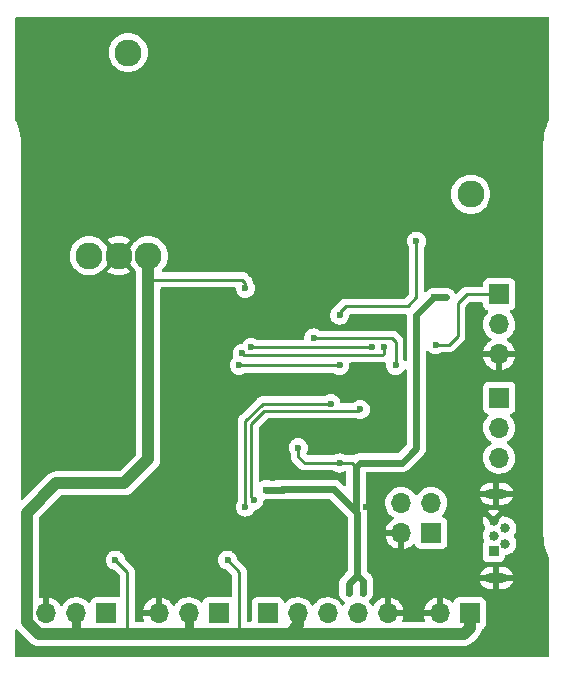
<source format=gbr>
%TF.GenerationSoftware,KiCad,Pcbnew,(6.0.6)*%
%TF.CreationDate,2022-10-17T00:58:34+02:00*%
%TF.ProjectId,Spanner,5370616e-6e65-4722-9e6b-696361645f70,rev?*%
%TF.SameCoordinates,Original*%
%TF.FileFunction,Copper,L2,Bot*%
%TF.FilePolarity,Positive*%
%FSLAX46Y46*%
G04 Gerber Fmt 4.6, Leading zero omitted, Abs format (unit mm)*
G04 Created by KiCad (PCBNEW (6.0.6)) date 2022-10-17 00:58:34*
%MOMM*%
%LPD*%
G01*
G04 APERTURE LIST*
%TA.AperFunction,ComponentPad*%
%ADD10R,1.700000X1.700000*%
%TD*%
%TA.AperFunction,ComponentPad*%
%ADD11O,1.700000X1.700000*%
%TD*%
%TA.AperFunction,ComponentPad*%
%ADD12R,0.840000X0.840000*%
%TD*%
%TA.AperFunction,ComponentPad*%
%ADD13C,0.840000*%
%TD*%
%TA.AperFunction,ComponentPad*%
%ADD14O,1.850000X0.850000*%
%TD*%
%TA.AperFunction,ComponentPad*%
%ADD15C,2.286000*%
%TD*%
%TA.AperFunction,ViaPad*%
%ADD16C,0.600000*%
%TD*%
%TA.AperFunction,Conductor*%
%ADD17C,0.600000*%
%TD*%
%TA.AperFunction,Conductor*%
%ADD18C,0.250000*%
%TD*%
%TA.AperFunction,Conductor*%
%ADD19C,1.000000*%
%TD*%
%TA.AperFunction,Conductor*%
%ADD20C,0.800000*%
%TD*%
G04 APERTURE END LIST*
D10*
%TO.P,J5,1,Pin_1*%
%TO.N,PWM_OUT_1*%
X87750000Y-128000000D03*
D11*
%TO.P,J5,2,Pin_2*%
%TO.N,+5V*%
X85210000Y-128000000D03*
%TO.P,J5,3,Pin_3*%
%TO.N,GND*%
X82670000Y-128000000D03*
%TD*%
D10*
%TO.P,J8,1,Pin_1*%
%TO.N,+24V*%
X121000000Y-101000000D03*
D11*
%TO.P,J8,2,Pin_2*%
%TO.N,POWER_FET_OUT*%
X121000000Y-103540000D03*
%TO.P,J8,3,Pin_3*%
%TO.N,GND*%
X121000000Y-106080000D03*
%TD*%
D10*
%TO.P,J4,1,Pin_1*%
%TO.N,PWM_OUT_2*%
X97250000Y-128000000D03*
D11*
%TO.P,J4,2,Pin_2*%
%TO.N,+5V*%
X94710000Y-128000000D03*
%TO.P,J4,3,Pin_3*%
%TO.N,GND*%
X92170000Y-128000000D03*
%TD*%
D10*
%TO.P,J7,1,Pin_1*%
%TO.N,+5V*%
X118500000Y-128000000D03*
D11*
%TO.P,J7,2,Pin_2*%
%TO.N,GND*%
X115960000Y-128000000D03*
%TD*%
D12*
%TO.P,J1,1,VBUS*%
%TO.N,VBUS*%
X120530000Y-122750000D03*
D13*
%TO.P,J1,2,D-*%
%TO.N,/Main/D-*%
X121530000Y-122100000D03*
%TO.P,J1,3,D+*%
%TO.N,/Main/D+*%
X120530000Y-121450000D03*
%TO.P,J1,4,ID*%
%TO.N,unconnected-(J1-Pad4)*%
X121530000Y-120800000D03*
%TO.P,J1,5,GND*%
%TO.N,GND*%
X120530000Y-120150000D03*
D14*
%TO.P,J1,6,Shield*%
X120750000Y-125025000D03*
X120750000Y-117875000D03*
%TD*%
D10*
%TO.P,J3,1,Pin_1*%
%TO.N,Net-(J3-Pad1)*%
X121000000Y-109750000D03*
D11*
%TO.P,J3,2,Pin_2*%
%TO.N,Net-(J3-Pad2)*%
X121000000Y-112290000D03*
%TO.P,J3,3,Pin_3*%
%TO.N,Net-(J3-Pad3)*%
X121000000Y-114830000D03*
%TD*%
D10*
%TO.P,J2,1,Pin_1*%
%TO.N,+3.3V*%
X115254379Y-121212025D03*
D11*
%TO.P,J2,2,Pin_2*%
%TO.N,GND*%
X112714379Y-121212025D03*
%TO.P,J2,3,Pin_3*%
%TO.N,SWCLK*%
X115254379Y-118672025D03*
%TO.P,J2,4,Pin_4*%
%TO.N,SWDIO*%
X112714379Y-118672025D03*
%TD*%
D15*
%TO.P,U3,0*%
%TO.N,N/C*%
X89600000Y-80525000D03*
X118600000Y-92525000D03*
%TO.P,U3,1,VOUT*%
%TO.N,Net-(R11-Pad1)*%
X86300000Y-97725000D03*
%TO.P,U3,2,GND*%
%TO.N,GND*%
X88800000Y-97725000D03*
%TO.P,U3,3,VCC*%
%TO.N,+5V*%
X91300000Y-97725000D03*
%TD*%
D10*
%TO.P,J6,1,Pin_1*%
%TO.N,TTL_B_OUT*%
X101400000Y-128000000D03*
D11*
%TO.P,J6,2,Pin_2*%
%TO.N,+5V*%
X103940000Y-128000000D03*
%TO.P,J6,3,Pin_3*%
%TO.N,TTL_A_OUT*%
X106480000Y-128000000D03*
%TO.P,J6,4,Pin_4*%
%TO.N,TTL_INDEX*%
X109020000Y-128000000D03*
%TO.P,J6,5,Pin_5*%
%TO.N,GND*%
X111560000Y-128000000D03*
%TD*%
D16*
%TO.N,GND*%
X106000000Y-122250000D03*
X87750000Y-104250000D03*
X93962500Y-100750000D03*
X81750000Y-98500000D03*
X81000000Y-104500000D03*
X81750000Y-104500000D03*
X83250000Y-98500000D03*
X82282361Y-120420052D03*
X107437195Y-98902746D03*
X87750000Y-101750000D03*
X115585594Y-113060506D03*
X84000000Y-98500000D03*
X101830000Y-116580000D03*
X115250000Y-99750000D03*
X83750000Y-106500000D03*
X105250000Y-103500000D03*
X87750000Y-103000000D03*
X82500000Y-98500000D03*
X103250000Y-98000000D03*
X82500000Y-104500000D03*
X84000000Y-104500000D03*
X81000000Y-98500000D03*
X109750000Y-119000000D03*
X100000000Y-101500000D03*
X87750000Y-100500000D03*
X83250000Y-104500000D03*
X99000000Y-122250000D03*
X117500000Y-97500000D03*
X91679942Y-120420052D03*
%TO.N,+3V3*%
X109000000Y-124750000D03*
X107500000Y-115274500D03*
X103990213Y-113990213D03*
X115500000Y-101250000D03*
X108250000Y-126250000D03*
X116500000Y-101250000D03*
X102750000Y-117500000D03*
X109500000Y-126250000D03*
X101275000Y-117525000D03*
%TO.N,+5V*%
X88500000Y-123500000D03*
X98000000Y-123500000D03*
X99500000Y-100500000D03*
%TO.N,+24V*%
X115624500Y-105250000D03*
%TO.N,PWM_1*%
X109250000Y-110750000D03*
X100250000Y-118424500D03*
%TO.N,PWM_2*%
X106750000Y-110250000D03*
X99500000Y-119000000D03*
%TO.N,VOLTAGE_MEASUREMENT*%
X114000000Y-96500000D03*
X107500000Y-102750000D03*
%TO.N,RFM_DIO3*%
X100000000Y-105500500D03*
X110250000Y-105500000D03*
%TO.N,RFM_DIO0*%
X99250000Y-106000000D03*
X111250000Y-105500000D03*
%TO.N,RFM_DIO2*%
X99000000Y-107000000D03*
X107500000Y-107000000D03*
%TO.N,Net-(R5-Pad1)*%
X112250000Y-107000000D03*
X105301348Y-104699500D03*
%TD*%
D17*
%TO.N,+3V3*%
X109000000Y-119500000D02*
X109000000Y-124750000D01*
D18*
X104524500Y-115274500D02*
X107500000Y-115274500D01*
D17*
X109500000Y-126250000D02*
X109500000Y-125250000D01*
X114000000Y-114000000D02*
X114000000Y-103500000D01*
X108875000Y-119375000D02*
X108875000Y-115625000D01*
X109500000Y-125250000D02*
X109000000Y-124750000D01*
X114000000Y-102750000D02*
X114500000Y-102250000D01*
X112750000Y-115250000D02*
X113500000Y-114500000D01*
X109000000Y-119500000D02*
X108875000Y-119375000D01*
D18*
X108875000Y-115625000D02*
X108500000Y-115250000D01*
D17*
X102725000Y-117525000D02*
X102750000Y-117500000D01*
X115250000Y-101500000D02*
X115500000Y-101250000D01*
D18*
X103990213Y-113990213D02*
X103990213Y-114740213D01*
D17*
X102750000Y-117500000D02*
X107000000Y-117500000D01*
X113500000Y-114500000D02*
X114000000Y-114000000D01*
D18*
X108500000Y-115250000D02*
X107524500Y-115250000D01*
X107524500Y-115250000D02*
X107500000Y-115274500D01*
D17*
X108250000Y-125500000D02*
X109000000Y-124750000D01*
X108875000Y-115625000D02*
X109250000Y-115250000D01*
X108250000Y-126250000D02*
X108250000Y-125500000D01*
X111000000Y-115250000D02*
X112750000Y-115250000D01*
X114000000Y-103500000D02*
X114000000Y-102750000D01*
X109250000Y-115250000D02*
X111000000Y-115250000D01*
X114500000Y-102250000D02*
X115250000Y-101500000D01*
X115500000Y-101250000D02*
X116500000Y-101250000D01*
D18*
X103990213Y-114740213D02*
X104524500Y-115274500D01*
D17*
X101275000Y-117525000D02*
X102725000Y-117525000D01*
X107000000Y-117500000D02*
X109000000Y-119500000D01*
D18*
%TO.N,+5V*%
X91350000Y-99750000D02*
X91300000Y-99700000D01*
X99500000Y-100500000D02*
X99500000Y-100000000D01*
D19*
X81000000Y-128750000D02*
X82000000Y-129750000D01*
X85500000Y-129750000D02*
X89000000Y-129750000D01*
D20*
X94710000Y-128000000D02*
X94710000Y-129460000D01*
D19*
X91300000Y-99700000D02*
X91300000Y-114950000D01*
D20*
X85210000Y-128000000D02*
X85210000Y-129460000D01*
D18*
X89500000Y-129250000D02*
X89000000Y-129750000D01*
X99500000Y-100000000D02*
X99250000Y-99750000D01*
D19*
X103250000Y-129750000D02*
X104000000Y-129000000D01*
D20*
X94710000Y-129460000D02*
X95000000Y-129750000D01*
X85210000Y-129460000D02*
X85500000Y-129750000D01*
D18*
X98000000Y-123500000D02*
X99000000Y-124500000D01*
X99250000Y-99750000D02*
X91350000Y-99750000D01*
D19*
X118000000Y-129750000D02*
X118525000Y-129225000D01*
X95000000Y-129750000D02*
X99000000Y-129750000D01*
X89250000Y-117000000D02*
X83500000Y-117000000D01*
X99000000Y-129750000D02*
X103250000Y-129750000D01*
X82000000Y-129750000D02*
X85500000Y-129750000D01*
D18*
X88500000Y-123500000D02*
X89500000Y-124500000D01*
D19*
X104000000Y-128060000D02*
X103940000Y-128000000D01*
X103250000Y-129750000D02*
X118000000Y-129750000D01*
X83500000Y-117000000D02*
X81000000Y-119500000D01*
X81000000Y-119500000D02*
X81000000Y-128750000D01*
X91300000Y-114950000D02*
X89250000Y-117000000D01*
X91300000Y-97725000D02*
X91300000Y-99700000D01*
X89000000Y-129750000D02*
X95000000Y-129750000D01*
X118525000Y-129225000D02*
X118525000Y-128000000D01*
D18*
X99000000Y-124500000D02*
X99000000Y-129750000D01*
X89500000Y-124500000D02*
X89500000Y-129250000D01*
D19*
X104000000Y-129000000D02*
X104000000Y-128060000D01*
D18*
%TO.N,+24V*%
X118250000Y-101000000D02*
X117500000Y-101750000D01*
X121000000Y-101000000D02*
X118250000Y-101000000D01*
X117500000Y-104500000D02*
X116750000Y-105250000D01*
X116750000Y-105250000D02*
X115624500Y-105250000D01*
X117500000Y-101750000D02*
X117500000Y-104500000D01*
%TO.N,PWM_1*%
X100000000Y-118125500D02*
X100124500Y-118250000D01*
X101125000Y-110875000D02*
X109125000Y-110875000D01*
X100124500Y-118250000D02*
X100124500Y-118299000D01*
X100000000Y-117000000D02*
X100000000Y-118125500D01*
X109125000Y-110875000D02*
X109250000Y-110750000D01*
X100000000Y-112000000D02*
X101125000Y-110875000D01*
X100124500Y-118299000D02*
X100250000Y-118424500D01*
X100000000Y-117000000D02*
X100000000Y-112000000D01*
%TO.N,PWM_2*%
X101000000Y-110250000D02*
X106750000Y-110250000D01*
X99500000Y-119000000D02*
X99500000Y-111750000D01*
X99500000Y-111750000D02*
X101000000Y-110250000D01*
%TO.N,VOLTAGE_MEASUREMENT*%
X107500000Y-102750000D02*
X107500000Y-102500000D01*
X108000000Y-102000000D02*
X113250000Y-102000000D01*
X114000000Y-101250000D02*
X114000000Y-96500000D01*
X107500000Y-102500000D02*
X108000000Y-102000000D01*
X113250000Y-102000000D02*
X114000000Y-101250000D01*
%TO.N,RFM_DIO3*%
X100000500Y-105500000D02*
X100000000Y-105500500D01*
X110250000Y-105500000D02*
X100000500Y-105500000D01*
%TO.N,RFM_DIO0*%
X99250000Y-106000000D02*
X99375000Y-106125000D01*
X111250000Y-106000000D02*
X111250000Y-105500000D01*
X111125000Y-106125000D02*
X111250000Y-106000000D01*
X99375000Y-106125000D02*
X111125000Y-106125000D01*
%TO.N,RFM_DIO2*%
X99000000Y-107000000D02*
X107500000Y-107000000D01*
%TO.N,Net-(R5-Pad1)*%
X105301348Y-104699500D02*
X111949500Y-104699500D01*
X111949500Y-104699500D02*
X112250000Y-105000000D01*
X112250000Y-105000000D02*
X112250000Y-106500000D01*
X112250000Y-106500000D02*
X112250000Y-107000000D01*
%TD*%
%TA.AperFunction,Conductor*%
%TO.N,GND*%
G36*
X125192121Y-77528502D02*
G01*
X125238614Y-77582158D01*
X125250000Y-77634500D01*
X125250000Y-86139127D01*
X125235763Y-86197307D01*
X125160019Y-86342810D01*
X125009360Y-86706533D01*
X125008534Y-86709153D01*
X125008531Y-86709161D01*
X124891802Y-87079379D01*
X124890975Y-87082003D01*
X124805764Y-87466361D01*
X124754378Y-87856684D01*
X124754258Y-87859433D01*
X124754257Y-87859444D01*
X124738240Y-88226294D01*
X124737733Y-88231401D01*
X124737691Y-88234851D01*
X124736309Y-88243724D01*
X124737473Y-88252626D01*
X124737473Y-88252628D01*
X124740436Y-88275283D01*
X124741500Y-88291621D01*
X124741500Y-121200633D01*
X124740000Y-121220018D01*
X124737690Y-121234851D01*
X124737690Y-121234855D01*
X124736309Y-121243724D01*
X124737243Y-121250865D01*
X124737440Y-121255375D01*
X124737435Y-121255780D01*
X124737480Y-121256304D01*
X124741732Y-121353673D01*
X124753548Y-121624300D01*
X124754378Y-121643316D01*
X124765336Y-121726550D01*
X124804779Y-122026154D01*
X124805764Y-122033639D01*
X124806361Y-122036334D01*
X124806362Y-122036337D01*
X124820476Y-122100000D01*
X124890975Y-122417997D01*
X124891800Y-122420614D01*
X124891802Y-122420621D01*
X125001560Y-122768727D01*
X125009360Y-122793467D01*
X125160019Y-123157190D01*
X125193513Y-123221531D01*
X125235763Y-123302693D01*
X125250000Y-123360873D01*
X125250000Y-131615500D01*
X125229998Y-131683621D01*
X125176342Y-131730114D01*
X125124000Y-131741500D01*
X80126000Y-131741500D01*
X80057879Y-131721498D01*
X80011386Y-131667842D01*
X80000000Y-131615500D01*
X80000000Y-129473689D01*
X80020002Y-129405568D01*
X80073658Y-129359075D01*
X80143932Y-129348971D01*
X80208512Y-129378465D01*
X80224471Y-129395080D01*
X80230868Y-129403093D01*
X80246738Y-129422973D01*
X80249242Y-129425477D01*
X80249884Y-129426195D01*
X80253585Y-129430528D01*
X80280935Y-129464062D01*
X80316267Y-129493291D01*
X80325037Y-129501272D01*
X81243149Y-130419383D01*
X81252251Y-130429527D01*
X81275968Y-130459025D01*
X81280696Y-130462992D01*
X81314421Y-130491291D01*
X81318070Y-130494473D01*
X81319883Y-130496117D01*
X81322075Y-130498309D01*
X81355276Y-130525580D01*
X81356164Y-130526318D01*
X81391437Y-130555915D01*
X81422753Y-130582193D01*
X81422756Y-130582195D01*
X81427474Y-130586154D01*
X81432147Y-130588723D01*
X81436262Y-130592103D01*
X81441691Y-130595014D01*
X81441694Y-130595016D01*
X81518180Y-130636028D01*
X81519338Y-130636657D01*
X81595388Y-130678465D01*
X81600787Y-130681433D01*
X81605865Y-130683044D01*
X81610563Y-130685563D01*
X81699498Y-130712753D01*
X81700702Y-130713128D01*
X81789306Y-130741235D01*
X81794597Y-130741828D01*
X81799698Y-130743388D01*
X81892311Y-130752795D01*
X81893431Y-130752915D01*
X81943227Y-130758500D01*
X81946756Y-130758500D01*
X81947739Y-130758555D01*
X81953426Y-130759003D01*
X81973683Y-130761060D01*
X81990336Y-130762752D01*
X81990339Y-130762752D01*
X81996463Y-130763374D01*
X82042112Y-130759059D01*
X82053969Y-130758500D01*
X103188157Y-130758500D01*
X103201764Y-130759237D01*
X103233262Y-130762659D01*
X103233267Y-130762659D01*
X103239388Y-130763324D01*
X103287211Y-130759140D01*
X103289053Y-130758979D01*
X103300034Y-130758500D01*
X117938157Y-130758500D01*
X117951764Y-130759237D01*
X117983262Y-130762659D01*
X117983267Y-130762659D01*
X117989388Y-130763324D01*
X118015638Y-130761027D01*
X118039388Y-130758950D01*
X118044214Y-130758621D01*
X118046686Y-130758500D01*
X118049769Y-130758500D01*
X118061738Y-130757326D01*
X118092506Y-130754310D01*
X118093819Y-130754188D01*
X118138084Y-130750315D01*
X118186413Y-130746087D01*
X118191532Y-130744600D01*
X118196833Y-130744080D01*
X118285834Y-130717209D01*
X118286967Y-130716874D01*
X118370414Y-130692630D01*
X118370418Y-130692628D01*
X118376336Y-130690909D01*
X118381068Y-130688456D01*
X118386169Y-130686916D01*
X118398360Y-130680434D01*
X118468260Y-130643269D01*
X118469426Y-130642657D01*
X118546453Y-130602729D01*
X118551926Y-130599892D01*
X118556089Y-130596569D01*
X118560796Y-130594066D01*
X118566997Y-130589009D01*
X118575354Y-130582193D01*
X118632918Y-130535245D01*
X118633774Y-130534554D01*
X118672973Y-130503262D01*
X118675477Y-130500758D01*
X118676195Y-130500116D01*
X118680528Y-130496415D01*
X118714062Y-130469065D01*
X118743294Y-130433730D01*
X118751271Y-130424964D01*
X119194383Y-129981851D01*
X119204527Y-129972749D01*
X119229218Y-129952897D01*
X119234025Y-129949032D01*
X119266292Y-129910578D01*
X119269472Y-129906931D01*
X119271115Y-129905119D01*
X119273309Y-129902925D01*
X119300642Y-129869651D01*
X119301348Y-129868800D01*
X119357195Y-129802244D01*
X119361154Y-129797526D01*
X119363722Y-129792856D01*
X119367103Y-129788739D01*
X119410977Y-129706914D01*
X119411606Y-129705755D01*
X119453462Y-129629619D01*
X119453465Y-129629611D01*
X119456433Y-129624213D01*
X119458045Y-129619131D01*
X119460562Y-129614437D01*
X119487762Y-129525469D01*
X119488108Y-129524358D01*
X119496765Y-129497071D01*
X119516235Y-129435694D01*
X119516829Y-129430398D01*
X119518387Y-129425302D01*
X119519010Y-129419171D01*
X119519011Y-129419165D01*
X119520643Y-129403093D01*
X119547426Y-129337342D01*
X119585488Y-129305305D01*
X119588297Y-129303767D01*
X119596705Y-129300615D01*
X119713261Y-129213261D01*
X119800615Y-129096705D01*
X119851745Y-128960316D01*
X119858500Y-128898134D01*
X119858500Y-127101866D01*
X119851745Y-127039684D01*
X119800615Y-126903295D01*
X119713261Y-126786739D01*
X119596705Y-126699385D01*
X119460316Y-126648255D01*
X119398134Y-126641500D01*
X117601866Y-126641500D01*
X117539684Y-126648255D01*
X117403295Y-126699385D01*
X117286739Y-126786739D01*
X117199385Y-126903295D01*
X117196233Y-126911703D01*
X117196232Y-126911705D01*
X117154722Y-127022433D01*
X117112081Y-127079198D01*
X117045519Y-127103898D01*
X116976170Y-127088691D01*
X116943546Y-127063004D01*
X116892799Y-127007234D01*
X116885273Y-127000215D01*
X116718139Y-126868222D01*
X116709552Y-126862517D01*
X116523117Y-126759599D01*
X116513705Y-126755369D01*
X116312959Y-126684280D01*
X116302988Y-126681646D01*
X116231837Y-126668972D01*
X116218540Y-126670432D01*
X116214000Y-126684989D01*
X116214000Y-128128000D01*
X116193998Y-128196121D01*
X116140342Y-128242614D01*
X116088000Y-128254000D01*
X114643225Y-128254000D01*
X114629694Y-128257973D01*
X114628257Y-128267966D01*
X114658565Y-128402446D01*
X114661645Y-128412275D01*
X114724916Y-128568096D01*
X114732012Y-128638737D01*
X114699790Y-128702001D01*
X114638480Y-128737801D01*
X114608173Y-128741500D01*
X112911232Y-128741500D01*
X112843111Y-128721498D01*
X112796618Y-128667842D01*
X112786514Y-128597568D01*
X112798275Y-128559672D01*
X112824672Y-128506262D01*
X112828469Y-128496672D01*
X112890377Y-128292910D01*
X112892555Y-128282837D01*
X112893986Y-128271962D01*
X112891775Y-128257778D01*
X112878617Y-128254000D01*
X111432000Y-128254000D01*
X111363879Y-128233998D01*
X111317386Y-128180342D01*
X111306000Y-128128000D01*
X111306000Y-127727885D01*
X111814000Y-127727885D01*
X111818475Y-127743124D01*
X111819865Y-127744329D01*
X111827548Y-127746000D01*
X112878344Y-127746000D01*
X112891875Y-127742027D01*
X112893002Y-127734183D01*
X114624389Y-127734183D01*
X114625912Y-127742607D01*
X114638292Y-127746000D01*
X115687885Y-127746000D01*
X115703124Y-127741525D01*
X115704329Y-127740135D01*
X115706000Y-127732452D01*
X115706000Y-126683102D01*
X115702082Y-126669758D01*
X115687806Y-126667771D01*
X115649324Y-126673660D01*
X115639288Y-126676051D01*
X115436868Y-126742212D01*
X115427359Y-126746209D01*
X115238463Y-126844542D01*
X115229738Y-126850036D01*
X115059433Y-126977905D01*
X115051726Y-126984748D01*
X114904590Y-127138717D01*
X114898104Y-127146727D01*
X114778098Y-127322649D01*
X114773000Y-127331623D01*
X114683338Y-127524783D01*
X114679775Y-127534470D01*
X114624389Y-127734183D01*
X112893002Y-127734183D01*
X112893180Y-127732947D01*
X112851214Y-127565875D01*
X112847894Y-127556124D01*
X112762972Y-127360814D01*
X112758105Y-127351739D01*
X112642426Y-127172926D01*
X112636136Y-127164757D01*
X112492806Y-127007240D01*
X112485273Y-127000215D01*
X112318139Y-126868222D01*
X112309552Y-126862517D01*
X112123117Y-126759599D01*
X112113705Y-126755369D01*
X111912959Y-126684280D01*
X111902988Y-126681646D01*
X111831837Y-126668972D01*
X111818540Y-126670432D01*
X111814000Y-126684989D01*
X111814000Y-127727885D01*
X111306000Y-127727885D01*
X111306000Y-126683102D01*
X111302082Y-126669758D01*
X111287806Y-126667771D01*
X111249324Y-126673660D01*
X111239288Y-126676051D01*
X111036868Y-126742212D01*
X111027359Y-126746209D01*
X110838463Y-126844542D01*
X110829738Y-126850036D01*
X110659433Y-126977905D01*
X110651726Y-126984748D01*
X110504590Y-127138717D01*
X110498109Y-127146722D01*
X110393498Y-127300074D01*
X110338587Y-127345076D01*
X110268062Y-127353247D01*
X110204315Y-127321993D01*
X110183618Y-127297509D01*
X110102822Y-127172617D01*
X110102820Y-127172614D01*
X110100014Y-127168277D01*
X110096538Y-127164457D01*
X110096533Y-127164450D01*
X110001713Y-127060244D01*
X109970661Y-126996398D01*
X109979057Y-126925900D01*
X110006750Y-126885421D01*
X110061032Y-126832265D01*
X110062296Y-126831044D01*
X110118165Y-126777840D01*
X110118166Y-126777838D01*
X110123266Y-126772982D01*
X110126427Y-126768225D01*
X110130507Y-126764229D01*
X110134321Y-126758311D01*
X110134325Y-126758306D01*
X110176124Y-126693447D01*
X110177087Y-126691975D01*
X110219743Y-126627773D01*
X110219745Y-126627768D01*
X110223643Y-126621902D01*
X110225671Y-126616562D01*
X110228765Y-126611762D01*
X110257526Y-126532740D01*
X110258136Y-126531100D01*
X110285552Y-126458929D01*
X110285554Y-126458923D01*
X110288055Y-126452338D01*
X110288850Y-126446680D01*
X110290803Y-126441315D01*
X110301349Y-126357839D01*
X110301580Y-126356104D01*
X110304740Y-126333617D01*
X110313299Y-126272717D01*
X110313616Y-126250000D01*
X110309285Y-126211388D01*
X110308500Y-126197343D01*
X110308500Y-125293468D01*
X119353221Y-125293468D01*
X119356405Y-125308444D01*
X119360462Y-125320932D01*
X119434863Y-125488039D01*
X119441429Y-125499411D01*
X119548944Y-125647394D01*
X119557735Y-125657157D01*
X119693672Y-125779554D01*
X119704291Y-125787270D01*
X119862711Y-125878734D01*
X119874700Y-125884072D01*
X120048671Y-125940598D01*
X120061514Y-125943328D01*
X120197838Y-125957656D01*
X120204397Y-125958000D01*
X120477885Y-125958000D01*
X120493124Y-125953525D01*
X120494329Y-125952135D01*
X120496000Y-125944452D01*
X120496000Y-125939885D01*
X121004000Y-125939885D01*
X121008475Y-125955124D01*
X121009865Y-125956329D01*
X121017548Y-125958000D01*
X121295603Y-125958000D01*
X121302162Y-125957656D01*
X121438486Y-125943328D01*
X121451329Y-125940598D01*
X121625300Y-125884072D01*
X121637289Y-125878734D01*
X121795709Y-125787270D01*
X121806328Y-125779554D01*
X121942265Y-125657157D01*
X121951056Y-125647394D01*
X122058571Y-125499412D01*
X122065137Y-125488040D01*
X122139538Y-125320932D01*
X122143595Y-125308444D01*
X122146088Y-125296720D01*
X122145015Y-125282659D01*
X122135059Y-125279000D01*
X121022115Y-125279000D01*
X121006876Y-125283475D01*
X121005671Y-125284865D01*
X121004000Y-125292548D01*
X121004000Y-125939885D01*
X120496000Y-125939885D01*
X120496000Y-125297115D01*
X120491525Y-125281876D01*
X120490135Y-125280671D01*
X120482452Y-125279000D01*
X119368261Y-125279000D01*
X119354730Y-125282973D01*
X119353221Y-125293468D01*
X110308500Y-125293468D01*
X110308500Y-125259214D01*
X110308507Y-125257894D01*
X110309377Y-125174826D01*
X110309451Y-125167779D01*
X110300289Y-125125403D01*
X110298230Y-125112832D01*
X110296414Y-125096637D01*
X110293397Y-125069745D01*
X110282367Y-125038070D01*
X110278204Y-125023258D01*
X110272609Y-124997381D01*
X110271119Y-124990490D01*
X110252792Y-124951187D01*
X110248010Y-124939411D01*
X110233745Y-124898448D01*
X110230010Y-124892470D01*
X110215973Y-124870005D01*
X110208634Y-124856488D01*
X110197441Y-124832486D01*
X110197440Y-124832485D01*
X110194462Y-124826098D01*
X110185539Y-124814594D01*
X110167894Y-124791847D01*
X110160598Y-124781388D01*
X110143035Y-124753280D01*
X119353912Y-124753280D01*
X119354985Y-124767341D01*
X119364941Y-124771000D01*
X120477885Y-124771000D01*
X120493124Y-124766525D01*
X120494329Y-124765135D01*
X120496000Y-124757452D01*
X120496000Y-124752885D01*
X121004000Y-124752885D01*
X121008475Y-124768124D01*
X121009865Y-124769329D01*
X121017548Y-124771000D01*
X122131739Y-124771000D01*
X122145270Y-124767027D01*
X122146779Y-124756532D01*
X122143595Y-124741556D01*
X122139538Y-124729068D01*
X122065137Y-124561961D01*
X122058571Y-124550589D01*
X121951056Y-124402606D01*
X121942265Y-124392843D01*
X121806328Y-124270446D01*
X121795709Y-124262730D01*
X121637289Y-124171266D01*
X121625300Y-124165928D01*
X121451329Y-124109402D01*
X121438486Y-124106672D01*
X121302162Y-124092344D01*
X121295603Y-124092000D01*
X121022115Y-124092000D01*
X121006876Y-124096475D01*
X121005671Y-124097865D01*
X121004000Y-124105548D01*
X121004000Y-124752885D01*
X120496000Y-124752885D01*
X120496000Y-124110115D01*
X120491525Y-124094876D01*
X120490135Y-124093671D01*
X120482452Y-124092000D01*
X120204397Y-124092000D01*
X120197838Y-124092344D01*
X120061514Y-124106672D01*
X120048671Y-124109402D01*
X119874700Y-124165928D01*
X119862711Y-124171266D01*
X119704291Y-124262730D01*
X119693672Y-124270446D01*
X119557735Y-124392843D01*
X119548944Y-124402606D01*
X119441429Y-124550588D01*
X119434863Y-124561960D01*
X119360462Y-124729068D01*
X119356405Y-124741556D01*
X119353912Y-124753280D01*
X110143035Y-124753280D01*
X110141358Y-124750596D01*
X110141356Y-124750593D01*
X110137626Y-124744624D01*
X110129369Y-124736309D01*
X110109024Y-124715821D01*
X110108439Y-124715196D01*
X110107922Y-124714530D01*
X110081932Y-124688540D01*
X110009815Y-124615918D01*
X110008778Y-124615260D01*
X110007549Y-124614157D01*
X109845405Y-124452013D01*
X109811379Y-124389701D01*
X109808500Y-124362918D01*
X109808500Y-121479991D01*
X111382636Y-121479991D01*
X111412944Y-121614471D01*
X111416024Y-121624300D01*
X111496149Y-121821628D01*
X111500792Y-121830819D01*
X111612073Y-122012413D01*
X111618156Y-122020724D01*
X111757592Y-122181692D01*
X111764959Y-122188908D01*
X111928813Y-122324941D01*
X111937260Y-122330856D01*
X112121135Y-122438304D01*
X112130421Y-122442754D01*
X112329380Y-122518728D01*
X112339278Y-122521604D01*
X112442629Y-122542631D01*
X112456678Y-122541435D01*
X112460379Y-122531090D01*
X112460379Y-121484140D01*
X112455904Y-121468901D01*
X112454514Y-121467696D01*
X112446831Y-121466025D01*
X111397604Y-121466025D01*
X111384073Y-121469998D01*
X111382636Y-121479991D01*
X109808500Y-121479991D01*
X109808500Y-119509260D01*
X109808507Y-119507941D01*
X109809377Y-119424826D01*
X109809451Y-119417779D01*
X109800289Y-119375403D01*
X109798230Y-119362832D01*
X109796488Y-119347297D01*
X109793397Y-119319745D01*
X109782367Y-119288070D01*
X109778204Y-119273258D01*
X109772609Y-119247381D01*
X109771119Y-119240490D01*
X109752793Y-119201189D01*
X109748008Y-119189406D01*
X109733745Y-119148448D01*
X109715979Y-119120016D01*
X109708640Y-119106499D01*
X109695306Y-119077905D01*
X109683500Y-119024654D01*
X109683500Y-118638720D01*
X111351630Y-118638720D01*
X111351927Y-118643873D01*
X111351927Y-118643876D01*
X111357390Y-118738615D01*
X111364489Y-118861740D01*
X111365626Y-118866786D01*
X111365627Y-118866792D01*
X111382489Y-118941611D01*
X111413601Y-119079664D01*
X111497645Y-119286641D01*
X111534815Y-119347297D01*
X111611670Y-119472713D01*
X111614366Y-119477113D01*
X111760629Y-119645963D01*
X111845225Y-119716196D01*
X111927420Y-119784435D01*
X111932505Y-119788657D01*
X111973320Y-119812507D01*
X112006334Y-119831799D01*
X112055058Y-119883437D01*
X112068129Y-119953220D01*
X112041398Y-120018992D01*
X112000941Y-120052352D01*
X111992836Y-120056571D01*
X111984117Y-120062061D01*
X111813812Y-120189930D01*
X111806105Y-120196773D01*
X111658969Y-120350742D01*
X111652483Y-120358752D01*
X111532477Y-120534674D01*
X111527379Y-120543648D01*
X111437717Y-120736808D01*
X111434154Y-120746495D01*
X111378768Y-120946208D01*
X111380291Y-120954632D01*
X111392671Y-120958025D01*
X112842379Y-120958025D01*
X112910500Y-120978027D01*
X112956993Y-121031683D01*
X112968379Y-121084025D01*
X112968379Y-122530542D01*
X112972443Y-122544384D01*
X112985857Y-122546418D01*
X112992563Y-122545559D01*
X113002641Y-122543417D01*
X113206634Y-122482216D01*
X113216221Y-122478458D01*
X113407474Y-122384764D01*
X113416324Y-122379489D01*
X113589707Y-122255817D01*
X113597572Y-122249170D01*
X113702276Y-122144830D01*
X113764647Y-122110914D01*
X113835454Y-122116102D01*
X113892216Y-122158748D01*
X113909198Y-122189851D01*
X113953764Y-122308730D01*
X114041118Y-122425286D01*
X114157674Y-122512640D01*
X114294063Y-122563770D01*
X114356245Y-122570525D01*
X116152513Y-122570525D01*
X116214695Y-122563770D01*
X116351084Y-122512640D01*
X116467640Y-122425286D01*
X116554994Y-122308730D01*
X116606124Y-122172341D01*
X116612879Y-122110159D01*
X116612879Y-121450000D01*
X119596386Y-121450000D01*
X119597076Y-121456565D01*
X119606511Y-121546327D01*
X119616788Y-121644109D01*
X119677101Y-121829735D01*
X119680404Y-121835457D01*
X119680405Y-121835458D01*
X119710503Y-121887589D01*
X119727241Y-121956584D01*
X119702210Y-122026154D01*
X119659385Y-122083295D01*
X119608255Y-122219684D01*
X119601500Y-122281866D01*
X119601500Y-123218134D01*
X119608255Y-123280316D01*
X119659385Y-123416705D01*
X119746739Y-123533261D01*
X119863295Y-123620615D01*
X119999684Y-123671745D01*
X120061866Y-123678500D01*
X120998134Y-123678500D01*
X121060316Y-123671745D01*
X121196705Y-123620615D01*
X121313261Y-123533261D01*
X121400615Y-123416705D01*
X121451745Y-123280316D01*
X121458500Y-123218134D01*
X121458500Y-123154500D01*
X121478502Y-123086379D01*
X121532158Y-123039886D01*
X121584500Y-123028500D01*
X121627589Y-123028500D01*
X121634042Y-123027128D01*
X121634046Y-123027128D01*
X121723046Y-123008210D01*
X121818503Y-122987920D01*
X121834398Y-122980843D01*
X121990777Y-122911218D01*
X121990779Y-122911217D01*
X121996807Y-122908533D01*
X122060658Y-122862143D01*
X122149371Y-122797689D01*
X122154710Y-122793810D01*
X122173893Y-122772506D01*
X122280891Y-122653673D01*
X122280892Y-122653672D01*
X122285310Y-122648765D01*
X122358726Y-122521604D01*
X122379595Y-122485458D01*
X122379596Y-122485457D01*
X122382899Y-122479735D01*
X122436127Y-122315916D01*
X122441172Y-122300388D01*
X122441172Y-122300387D01*
X122443212Y-122294109D01*
X122463614Y-122100000D01*
X122454408Y-122012413D01*
X122443902Y-121912455D01*
X122443902Y-121912454D01*
X122443212Y-121905891D01*
X122437266Y-121887589D01*
X122384941Y-121726550D01*
X122382899Y-121720265D01*
X122285310Y-121551235D01*
X122270072Y-121534311D01*
X122239354Y-121470305D01*
X122248117Y-121399851D01*
X122270072Y-121365688D01*
X122280891Y-121353673D01*
X122280892Y-121353672D01*
X122285310Y-121348765D01*
X122359642Y-121220018D01*
X122379595Y-121185458D01*
X122379596Y-121185457D01*
X122382899Y-121179735D01*
X122443212Y-120994109D01*
X122453490Y-120896327D01*
X122462924Y-120806565D01*
X122463614Y-120800000D01*
X122454713Y-120715316D01*
X122443902Y-120612455D01*
X122443902Y-120612454D01*
X122443212Y-120605891D01*
X122416866Y-120524804D01*
X122384941Y-120426550D01*
X122382899Y-120420265D01*
X122285310Y-120251235D01*
X122270204Y-120234458D01*
X122159125Y-120111093D01*
X122159123Y-120111092D01*
X122154710Y-120106190D01*
X122013661Y-120003712D01*
X122002149Y-119995348D01*
X122002148Y-119995347D01*
X121996807Y-119991467D01*
X121990779Y-119988783D01*
X121990777Y-119988782D01*
X121824534Y-119914765D01*
X121824532Y-119914764D01*
X121818503Y-119912080D01*
X121700897Y-119887082D01*
X121634046Y-119872872D01*
X121634042Y-119872872D01*
X121627589Y-119871500D01*
X121506811Y-119871500D01*
X121438690Y-119851498D01*
X121392197Y-119797842D01*
X121386977Y-119784435D01*
X121384479Y-119776748D01*
X121379136Y-119764746D01*
X121349881Y-119714075D01*
X121339675Y-119704344D01*
X121331654Y-119707556D01*
X121013709Y-120025501D01*
X120998675Y-120038342D01*
X120905290Y-120106190D01*
X120900877Y-120111092D01*
X120900875Y-120111093D01*
X120803482Y-120219259D01*
X120774690Y-120251235D01*
X120771390Y-120256950D01*
X120771389Y-120256952D01*
X120764836Y-120268303D01*
X120744811Y-120294399D01*
X120619095Y-120420115D01*
X120556783Y-120454141D01*
X120485968Y-120449076D01*
X120440905Y-120420115D01*
X119731989Y-119711199D01*
X119719609Y-119704439D01*
X119712694Y-119709615D01*
X119680864Y-119764746D01*
X119675518Y-119776754D01*
X119619319Y-119949716D01*
X119616589Y-119962559D01*
X119597578Y-120143435D01*
X119597578Y-120156565D01*
X119616589Y-120337441D01*
X119619319Y-120350284D01*
X119675518Y-120523246D01*
X119680864Y-120535254D01*
X119771793Y-120692747D01*
X119779517Y-120703378D01*
X119790266Y-120715316D01*
X119820983Y-120779324D01*
X119812218Y-120849777D01*
X119790266Y-120883936D01*
X119774690Y-120901235D01*
X119677101Y-121070265D01*
X119616788Y-121255891D01*
X119616098Y-121262454D01*
X119616098Y-121262455D01*
X119605248Y-121365688D01*
X119596386Y-121450000D01*
X116612879Y-121450000D01*
X116612879Y-120313891D01*
X116606124Y-120251709D01*
X116554994Y-120115320D01*
X116467640Y-119998764D01*
X116351084Y-119911410D01*
X116324284Y-119901363D01*
X116232582Y-119866985D01*
X116175818Y-119824343D01*
X116151118Y-119757781D01*
X116166326Y-119688433D01*
X116187872Y-119659752D01*
X116205630Y-119642056D01*
X116292475Y-119555514D01*
X116315852Y-119522982D01*
X116419814Y-119378302D01*
X116422832Y-119374102D01*
X116427176Y-119365314D01*
X116440565Y-119338223D01*
X120081473Y-119338223D01*
X120083070Y-119343860D01*
X120517188Y-119777978D01*
X120531132Y-119785592D01*
X120532965Y-119785461D01*
X120539580Y-119781210D01*
X120971520Y-119349270D01*
X120978280Y-119336890D01*
X120974769Y-119332201D01*
X120824383Y-119265245D01*
X120811887Y-119261185D01*
X120633994Y-119223372D01*
X120620934Y-119222000D01*
X120439066Y-119222000D01*
X120426006Y-119223372D01*
X120248113Y-119261185D01*
X120235617Y-119265245D01*
X120092219Y-119329089D01*
X120081473Y-119338223D01*
X116440565Y-119338223D01*
X116519515Y-119178478D01*
X116519516Y-119178476D01*
X116521809Y-119173836D01*
X116586749Y-118960094D01*
X116615908Y-118738615D01*
X116616019Y-118734072D01*
X116617453Y-118675390D01*
X116617453Y-118675386D01*
X116617535Y-118672025D01*
X116599231Y-118449386D01*
X116544810Y-118232727D01*
X116505999Y-118143468D01*
X119353221Y-118143468D01*
X119356405Y-118158444D01*
X119360462Y-118170932D01*
X119434863Y-118338039D01*
X119441429Y-118349411D01*
X119548944Y-118497394D01*
X119557735Y-118507157D01*
X119693672Y-118629554D01*
X119704291Y-118637270D01*
X119862711Y-118728734D01*
X119874700Y-118734072D01*
X120048671Y-118790598D01*
X120061514Y-118793328D01*
X120197838Y-118807656D01*
X120204397Y-118808000D01*
X120477885Y-118808000D01*
X120493124Y-118803525D01*
X120494329Y-118802135D01*
X120496000Y-118794452D01*
X120496000Y-118789885D01*
X121004000Y-118789885D01*
X121008475Y-118805124D01*
X121009865Y-118806329D01*
X121017548Y-118808000D01*
X121295603Y-118808000D01*
X121302162Y-118807656D01*
X121438486Y-118793328D01*
X121451329Y-118790598D01*
X121625300Y-118734072D01*
X121637289Y-118728734D01*
X121795709Y-118637270D01*
X121806328Y-118629554D01*
X121942265Y-118507157D01*
X121951056Y-118497394D01*
X122058571Y-118349412D01*
X122065137Y-118338040D01*
X122139538Y-118170932D01*
X122143595Y-118158444D01*
X122146088Y-118146720D01*
X122145015Y-118132659D01*
X122135059Y-118129000D01*
X121022115Y-118129000D01*
X121006876Y-118133475D01*
X121005671Y-118134865D01*
X121004000Y-118142548D01*
X121004000Y-118789885D01*
X120496000Y-118789885D01*
X120496000Y-118147115D01*
X120491525Y-118131876D01*
X120490135Y-118130671D01*
X120482452Y-118129000D01*
X119368261Y-118129000D01*
X119354730Y-118132973D01*
X119353221Y-118143468D01*
X116505999Y-118143468D01*
X116455733Y-118027865D01*
X116397687Y-117938139D01*
X116337201Y-117844642D01*
X116337199Y-117844639D01*
X116334393Y-117840302D01*
X116184049Y-117675076D01*
X116179998Y-117671877D01*
X116179994Y-117671873D01*
X116093141Y-117603280D01*
X119353912Y-117603280D01*
X119354985Y-117617341D01*
X119364941Y-117621000D01*
X120477885Y-117621000D01*
X120493124Y-117616525D01*
X120494329Y-117615135D01*
X120496000Y-117607452D01*
X120496000Y-117602885D01*
X121004000Y-117602885D01*
X121008475Y-117618124D01*
X121009865Y-117619329D01*
X121017548Y-117621000D01*
X122131739Y-117621000D01*
X122145270Y-117617027D01*
X122146779Y-117606532D01*
X122143595Y-117591556D01*
X122139538Y-117579068D01*
X122065137Y-117411961D01*
X122058571Y-117400589D01*
X121951056Y-117252606D01*
X121942265Y-117242843D01*
X121806328Y-117120446D01*
X121795709Y-117112730D01*
X121637289Y-117021266D01*
X121625300Y-117015928D01*
X121451329Y-116959402D01*
X121438486Y-116956672D01*
X121302162Y-116942344D01*
X121295603Y-116942000D01*
X121022115Y-116942000D01*
X121006876Y-116946475D01*
X121005671Y-116947865D01*
X121004000Y-116955548D01*
X121004000Y-117602885D01*
X120496000Y-117602885D01*
X120496000Y-116960115D01*
X120491525Y-116944876D01*
X120490135Y-116943671D01*
X120482452Y-116942000D01*
X120204397Y-116942000D01*
X120197838Y-116942344D01*
X120061514Y-116956672D01*
X120048671Y-116959402D01*
X119874700Y-117015928D01*
X119862711Y-117021266D01*
X119704291Y-117112730D01*
X119693672Y-117120446D01*
X119557735Y-117242843D01*
X119548944Y-117252606D01*
X119441429Y-117400588D01*
X119434863Y-117411960D01*
X119360462Y-117579068D01*
X119356405Y-117591556D01*
X119353912Y-117603280D01*
X116093141Y-117603280D01*
X116012793Y-117539825D01*
X116012789Y-117539823D01*
X116008738Y-117536623D01*
X115813168Y-117428663D01*
X115808299Y-117426939D01*
X115808295Y-117426937D01*
X115607466Y-117355820D01*
X115607462Y-117355819D01*
X115602591Y-117354094D01*
X115597498Y-117353187D01*
X115597495Y-117353186D01*
X115387752Y-117315825D01*
X115387746Y-117315824D01*
X115382663Y-117314919D01*
X115308831Y-117314017D01*
X115164460Y-117312253D01*
X115164458Y-117312253D01*
X115159290Y-117312190D01*
X114938470Y-117345980D01*
X114726135Y-117415382D01*
X114527986Y-117518532D01*
X114523853Y-117521635D01*
X114523850Y-117521637D01*
X114391511Y-117621000D01*
X114349344Y-117652660D01*
X114195008Y-117814163D01*
X114087580Y-117971646D01*
X114032672Y-118016646D01*
X113962147Y-118024817D01*
X113898400Y-117993563D01*
X113877703Y-117969079D01*
X113797201Y-117844642D01*
X113797199Y-117844639D01*
X113794393Y-117840302D01*
X113644049Y-117675076D01*
X113639998Y-117671877D01*
X113639994Y-117671873D01*
X113472793Y-117539825D01*
X113472789Y-117539823D01*
X113468738Y-117536623D01*
X113273168Y-117428663D01*
X113268299Y-117426939D01*
X113268295Y-117426937D01*
X113067466Y-117355820D01*
X113067462Y-117355819D01*
X113062591Y-117354094D01*
X113057498Y-117353187D01*
X113057495Y-117353186D01*
X112847752Y-117315825D01*
X112847746Y-117315824D01*
X112842663Y-117314919D01*
X112768831Y-117314017D01*
X112624460Y-117312253D01*
X112624458Y-117312253D01*
X112619290Y-117312190D01*
X112398470Y-117345980D01*
X112186135Y-117415382D01*
X111987986Y-117518532D01*
X111983853Y-117521635D01*
X111983850Y-117521637D01*
X111851511Y-117621000D01*
X111809344Y-117652660D01*
X111655008Y-117814163D01*
X111652099Y-117818428D01*
X111652093Y-117818436D01*
X111573246Y-117934022D01*
X111529122Y-117998705D01*
X111513382Y-118032615D01*
X111460233Y-118147115D01*
X111435067Y-118201330D01*
X111375368Y-118416595D01*
X111351630Y-118638720D01*
X109683500Y-118638720D01*
X109683500Y-116184500D01*
X109703502Y-116116379D01*
X109757158Y-116069886D01*
X109809500Y-116058500D01*
X112740786Y-116058500D01*
X112742106Y-116058507D01*
X112832221Y-116059451D01*
X112874597Y-116050289D01*
X112887163Y-116048231D01*
X112930255Y-116043397D01*
X112936906Y-116041081D01*
X112936910Y-116041080D01*
X112961930Y-116032367D01*
X112976742Y-116028204D01*
X113002619Y-116022609D01*
X113009510Y-116021119D01*
X113048813Y-116002792D01*
X113060589Y-115998010D01*
X113101552Y-115983745D01*
X113107527Y-115980011D01*
X113107530Y-115980010D01*
X113129995Y-115965973D01*
X113143512Y-115958634D01*
X113167514Y-115947441D01*
X113167515Y-115947440D01*
X113173902Y-115944462D01*
X113208153Y-115917894D01*
X113218612Y-115910598D01*
X113249404Y-115891358D01*
X113249407Y-115891356D01*
X113255376Y-115887626D01*
X113267387Y-115875699D01*
X113284179Y-115859024D01*
X113284804Y-115858439D01*
X113285470Y-115857922D01*
X113311460Y-115831932D01*
X113384082Y-115759815D01*
X113384740Y-115758778D01*
X113385843Y-115757549D01*
X114346697Y-114796695D01*
X119637251Y-114796695D01*
X119637548Y-114801848D01*
X119637548Y-114801851D01*
X119642979Y-114896033D01*
X119650110Y-115019715D01*
X119651247Y-115024761D01*
X119651248Y-115024767D01*
X119658689Y-115057784D01*
X119699222Y-115237639D01*
X119783266Y-115444616D01*
X119827797Y-115517284D01*
X119895598Y-115627925D01*
X119899987Y-115635088D01*
X120046250Y-115803938D01*
X120218126Y-115946632D01*
X120411000Y-116059338D01*
X120415825Y-116061180D01*
X120415826Y-116061181D01*
X120423072Y-116063948D01*
X120619692Y-116139030D01*
X120624760Y-116140061D01*
X120624763Y-116140062D01*
X120732017Y-116161883D01*
X120838597Y-116183567D01*
X120843772Y-116183757D01*
X120843774Y-116183757D01*
X121056673Y-116191564D01*
X121056677Y-116191564D01*
X121061837Y-116191753D01*
X121066957Y-116191097D01*
X121066959Y-116191097D01*
X121278288Y-116164025D01*
X121278289Y-116164025D01*
X121283416Y-116163368D01*
X121315038Y-116153881D01*
X121492429Y-116100661D01*
X121492434Y-116100659D01*
X121497384Y-116099174D01*
X121697994Y-116000896D01*
X121879860Y-115871173D01*
X121893158Y-115857922D01*
X121993882Y-115757549D01*
X122038096Y-115713489D01*
X122046335Y-115702024D01*
X122165435Y-115536277D01*
X122168453Y-115532077D01*
X122173174Y-115522526D01*
X122265136Y-115336453D01*
X122265137Y-115336451D01*
X122267430Y-115331811D01*
X122299900Y-115224940D01*
X122330865Y-115123023D01*
X122330865Y-115123021D01*
X122332370Y-115118069D01*
X122361529Y-114896590D01*
X122363156Y-114830000D01*
X122344852Y-114607361D01*
X122290431Y-114390702D01*
X122201354Y-114185840D01*
X122137067Y-114086467D01*
X122082822Y-114002617D01*
X122082820Y-114002614D01*
X122080014Y-113998277D01*
X121929670Y-113833051D01*
X121925619Y-113829852D01*
X121925615Y-113829848D01*
X121758414Y-113697800D01*
X121758410Y-113697798D01*
X121754359Y-113694598D01*
X121713053Y-113671796D01*
X121663084Y-113621364D01*
X121648312Y-113551921D01*
X121673428Y-113485516D01*
X121700780Y-113458909D01*
X121744603Y-113427650D01*
X121879860Y-113331173D01*
X122038096Y-113173489D01*
X122097594Y-113090689D01*
X122165435Y-112996277D01*
X122168453Y-112992077D01*
X122267430Y-112791811D01*
X122332370Y-112578069D01*
X122361529Y-112356590D01*
X122363156Y-112290000D01*
X122344852Y-112067361D01*
X122290431Y-111850702D01*
X122201354Y-111645840D01*
X122147633Y-111562800D01*
X122082822Y-111462617D01*
X122082820Y-111462614D01*
X122080014Y-111458277D01*
X122076532Y-111454450D01*
X121932798Y-111296488D01*
X121901746Y-111232642D01*
X121910141Y-111162143D01*
X121955317Y-111107375D01*
X121981761Y-111093706D01*
X122088297Y-111053767D01*
X122096705Y-111050615D01*
X122213261Y-110963261D01*
X122300615Y-110846705D01*
X122351745Y-110710316D01*
X122358500Y-110648134D01*
X122358500Y-108851866D01*
X122351745Y-108789684D01*
X122300615Y-108653295D01*
X122213261Y-108536739D01*
X122096705Y-108449385D01*
X121960316Y-108398255D01*
X121898134Y-108391500D01*
X120101866Y-108391500D01*
X120039684Y-108398255D01*
X119903295Y-108449385D01*
X119786739Y-108536739D01*
X119699385Y-108653295D01*
X119648255Y-108789684D01*
X119641500Y-108851866D01*
X119641500Y-110648134D01*
X119648255Y-110710316D01*
X119699385Y-110846705D01*
X119786739Y-110963261D01*
X119903295Y-111050615D01*
X119911704Y-111053767D01*
X119911705Y-111053768D01*
X120020451Y-111094535D01*
X120077216Y-111137176D01*
X120101916Y-111203738D01*
X120086709Y-111273087D01*
X120067316Y-111299568D01*
X119953472Y-111418699D01*
X119940629Y-111432138D01*
X119937715Y-111436410D01*
X119937714Y-111436411D01*
X119862277Y-111546998D01*
X119814743Y-111616680D01*
X119799003Y-111650590D01*
X119736232Y-111785819D01*
X119720688Y-111819305D01*
X119660989Y-112034570D01*
X119637251Y-112256695D01*
X119637548Y-112261848D01*
X119637548Y-112261851D01*
X119643011Y-112356590D01*
X119650110Y-112479715D01*
X119651247Y-112484761D01*
X119651248Y-112484767D01*
X119671119Y-112572939D01*
X119699222Y-112697639D01*
X119783266Y-112904616D01*
X119899987Y-113095088D01*
X120046250Y-113263938D01*
X120218126Y-113406632D01*
X120288595Y-113447811D01*
X120291445Y-113449476D01*
X120340169Y-113501114D01*
X120353240Y-113570897D01*
X120326509Y-113636669D01*
X120286055Y-113670027D01*
X120273607Y-113676507D01*
X120269474Y-113679610D01*
X120269471Y-113679612D01*
X120110597Y-113798898D01*
X120094965Y-113810635D01*
X120091393Y-113814373D01*
X119994604Y-113915657D01*
X119940629Y-113972138D01*
X119937715Y-113976410D01*
X119937714Y-113976411D01*
X119911903Y-114014249D01*
X119814743Y-114156680D01*
X119720688Y-114359305D01*
X119660989Y-114574570D01*
X119637251Y-114796695D01*
X114346697Y-114796695D01*
X114565158Y-114578234D01*
X114566095Y-114577306D01*
X114625475Y-114519157D01*
X114625476Y-114519156D01*
X114630507Y-114514229D01*
X114653998Y-114477779D01*
X114661417Y-114467454D01*
X114688476Y-114433557D01*
X114703073Y-114403362D01*
X114710602Y-114389945D01*
X114713174Y-114385954D01*
X114728765Y-114361762D01*
X114731173Y-114355145D01*
X114731176Y-114355140D01*
X114743592Y-114321027D01*
X114748553Y-114309284D01*
X114764353Y-114276600D01*
X114764356Y-114276591D01*
X114767421Y-114270251D01*
X114774966Y-114237572D01*
X114779334Y-114222825D01*
X114790803Y-114191315D01*
X114791685Y-114184330D01*
X114791687Y-114184323D01*
X114796237Y-114148308D01*
X114798472Y-114135757D01*
X114806640Y-114100378D01*
X114808225Y-114093515D01*
X114808367Y-114052928D01*
X114808396Y-114052058D01*
X114808500Y-114051231D01*
X114808500Y-114014590D01*
X114808857Y-113912130D01*
X114808589Y-113910930D01*
X114808500Y-113909292D01*
X114808500Y-106347966D01*
X119668257Y-106347966D01*
X119698565Y-106482446D01*
X119701645Y-106492275D01*
X119781770Y-106689603D01*
X119786413Y-106698794D01*
X119897694Y-106880388D01*
X119903777Y-106888699D01*
X120043213Y-107049667D01*
X120050580Y-107056883D01*
X120214434Y-107192916D01*
X120222881Y-107198831D01*
X120406756Y-107306279D01*
X120416042Y-107310729D01*
X120615001Y-107386703D01*
X120624899Y-107389579D01*
X120728250Y-107410606D01*
X120742299Y-107409410D01*
X120746000Y-107399065D01*
X120746000Y-107398517D01*
X121254000Y-107398517D01*
X121258064Y-107412359D01*
X121271478Y-107414393D01*
X121278184Y-107413534D01*
X121288262Y-107411392D01*
X121492255Y-107350191D01*
X121501842Y-107346433D01*
X121693095Y-107252739D01*
X121701945Y-107247464D01*
X121875328Y-107123792D01*
X121883200Y-107117139D01*
X122034052Y-106966812D01*
X122040730Y-106958965D01*
X122165003Y-106786020D01*
X122170313Y-106777183D01*
X122264670Y-106586267D01*
X122268469Y-106576672D01*
X122330377Y-106372910D01*
X122332555Y-106362837D01*
X122333986Y-106351962D01*
X122331775Y-106337778D01*
X122318617Y-106334000D01*
X121272115Y-106334000D01*
X121256876Y-106338475D01*
X121255671Y-106339865D01*
X121254000Y-106347548D01*
X121254000Y-107398517D01*
X120746000Y-107398517D01*
X120746000Y-106352115D01*
X120741525Y-106336876D01*
X120740135Y-106335671D01*
X120732452Y-106334000D01*
X119683225Y-106334000D01*
X119669694Y-106337973D01*
X119668257Y-106347966D01*
X114808500Y-106347966D01*
X114808500Y-105880816D01*
X114828502Y-105812695D01*
X114882158Y-105766202D01*
X114952432Y-105756098D01*
X115017012Y-105785592D01*
X115025136Y-105793289D01*
X115100983Y-105871830D01*
X115100988Y-105871834D01*
X115105882Y-105876902D01*
X115257659Y-105976222D01*
X115264263Y-105978678D01*
X115264265Y-105978679D01*
X115421058Y-106036990D01*
X115421060Y-106036990D01*
X115427668Y-106039448D01*
X115511495Y-106050633D01*
X115600480Y-106062507D01*
X115600484Y-106062507D01*
X115607461Y-106063438D01*
X115614472Y-106062800D01*
X115614476Y-106062800D01*
X115756959Y-106049832D01*
X115788100Y-106046998D01*
X115794802Y-106044820D01*
X115794804Y-106044820D01*
X115953909Y-105993124D01*
X115953912Y-105993123D01*
X115960608Y-105990947D01*
X116111040Y-105901271D01*
X116175558Y-105883500D01*
X116671233Y-105883500D01*
X116682416Y-105884027D01*
X116689909Y-105885702D01*
X116697835Y-105885453D01*
X116697836Y-105885453D01*
X116757986Y-105883562D01*
X116761945Y-105883500D01*
X116789856Y-105883500D01*
X116793791Y-105883003D01*
X116793856Y-105882995D01*
X116805693Y-105882062D01*
X116837951Y-105881048D01*
X116841970Y-105880922D01*
X116849889Y-105880673D01*
X116869343Y-105875021D01*
X116888700Y-105871013D01*
X116900930Y-105869468D01*
X116900931Y-105869468D01*
X116908797Y-105868474D01*
X116916168Y-105865555D01*
X116916170Y-105865555D01*
X116949912Y-105852196D01*
X116961142Y-105848351D01*
X116995983Y-105838229D01*
X116995984Y-105838229D01*
X117003593Y-105836018D01*
X117010412Y-105831985D01*
X117010417Y-105831983D01*
X117021028Y-105825707D01*
X117038776Y-105817012D01*
X117057617Y-105809552D01*
X117080002Y-105793289D01*
X117093387Y-105783564D01*
X117103307Y-105777048D01*
X117134535Y-105758580D01*
X117134538Y-105758578D01*
X117141362Y-105754542D01*
X117155683Y-105740221D01*
X117170717Y-105727380D01*
X117180694Y-105720131D01*
X117187107Y-105715472D01*
X117215298Y-105681395D01*
X117223288Y-105672616D01*
X117892247Y-105003657D01*
X117900537Y-104996113D01*
X117907018Y-104992000D01*
X117953659Y-104942332D01*
X117956413Y-104939491D01*
X117976134Y-104919770D01*
X117978612Y-104916575D01*
X117986318Y-104907553D01*
X118004456Y-104888238D01*
X118016586Y-104875321D01*
X118024291Y-104861306D01*
X118026346Y-104857568D01*
X118037199Y-104841045D01*
X118044753Y-104831306D01*
X118049613Y-104825041D01*
X118067176Y-104784457D01*
X118072383Y-104773827D01*
X118093695Y-104735060D01*
X118095666Y-104727383D01*
X118095668Y-104727378D01*
X118098732Y-104715442D01*
X118105138Y-104696730D01*
X118107131Y-104692126D01*
X118113181Y-104678145D01*
X118114421Y-104670317D01*
X118114423Y-104670310D01*
X118120099Y-104634476D01*
X118122505Y-104622856D01*
X118131528Y-104587711D01*
X118131528Y-104587710D01*
X118133500Y-104580030D01*
X118133500Y-104559776D01*
X118135051Y-104540065D01*
X118136980Y-104527886D01*
X118138220Y-104520057D01*
X118134059Y-104476038D01*
X118133500Y-104464181D01*
X118133500Y-102064594D01*
X118153502Y-101996473D01*
X118170405Y-101975499D01*
X118475499Y-101670405D01*
X118537811Y-101636379D01*
X118564594Y-101633500D01*
X119515500Y-101633500D01*
X119583621Y-101653502D01*
X119630114Y-101707158D01*
X119641500Y-101759500D01*
X119641500Y-101898134D01*
X119648255Y-101960316D01*
X119699385Y-102096705D01*
X119786739Y-102213261D01*
X119903295Y-102300615D01*
X119911704Y-102303767D01*
X119911705Y-102303768D01*
X120020451Y-102344535D01*
X120077216Y-102387176D01*
X120101916Y-102453738D01*
X120086709Y-102523087D01*
X120067316Y-102549568D01*
X119965144Y-102656485D01*
X119940629Y-102682138D01*
X119937715Y-102686410D01*
X119937714Y-102686411D01*
X119922798Y-102708277D01*
X119814743Y-102866680D01*
X119720688Y-103069305D01*
X119660989Y-103284570D01*
X119637251Y-103506695D01*
X119637548Y-103511848D01*
X119637548Y-103511851D01*
X119643011Y-103606590D01*
X119650110Y-103729715D01*
X119651247Y-103734761D01*
X119651248Y-103734767D01*
X119671119Y-103822939D01*
X119699222Y-103947639D01*
X119783266Y-104154616D01*
X119899987Y-104345088D01*
X120046250Y-104513938D01*
X120218126Y-104656632D01*
X120260077Y-104681146D01*
X120291955Y-104699774D01*
X120340679Y-104751412D01*
X120353750Y-104821195D01*
X120327019Y-104886967D01*
X120286562Y-104920327D01*
X120278457Y-104924546D01*
X120269738Y-104930036D01*
X120099433Y-105057905D01*
X120091726Y-105064748D01*
X119944590Y-105218717D01*
X119938104Y-105226727D01*
X119818098Y-105402649D01*
X119813000Y-105411623D01*
X119723338Y-105604783D01*
X119719775Y-105614470D01*
X119664389Y-105814183D01*
X119665912Y-105822607D01*
X119678292Y-105826000D01*
X122318344Y-105826000D01*
X122331875Y-105822027D01*
X122333180Y-105812947D01*
X122291214Y-105645875D01*
X122287894Y-105636124D01*
X122202972Y-105440814D01*
X122198105Y-105431739D01*
X122082426Y-105252926D01*
X122076136Y-105244757D01*
X121932806Y-105087240D01*
X121925273Y-105080215D01*
X121758139Y-104948222D01*
X121749556Y-104942520D01*
X121712602Y-104922120D01*
X121662631Y-104871687D01*
X121647859Y-104802245D01*
X121672975Y-104735839D01*
X121700327Y-104709232D01*
X121729897Y-104688140D01*
X121879860Y-104581173D01*
X122038096Y-104423489D01*
X122097594Y-104340689D01*
X122165435Y-104246277D01*
X122168453Y-104242077D01*
X122193602Y-104191193D01*
X122265136Y-104046453D01*
X122265137Y-104046451D01*
X122267430Y-104041811D01*
X122308348Y-103907133D01*
X122330865Y-103833023D01*
X122330865Y-103833021D01*
X122332370Y-103828069D01*
X122361529Y-103606590D01*
X122361611Y-103603240D01*
X122363074Y-103543365D01*
X122363074Y-103543361D01*
X122363156Y-103540000D01*
X122344852Y-103317361D01*
X122290431Y-103100702D01*
X122201354Y-102895840D01*
X122161570Y-102834343D01*
X122082822Y-102712617D01*
X122082820Y-102712614D01*
X122080014Y-102708277D01*
X122076532Y-102704450D01*
X121932798Y-102546488D01*
X121901746Y-102482642D01*
X121910141Y-102412143D01*
X121955317Y-102357375D01*
X121981761Y-102343706D01*
X122088297Y-102303767D01*
X122096705Y-102300615D01*
X122213261Y-102213261D01*
X122300615Y-102096705D01*
X122351745Y-101960316D01*
X122358500Y-101898134D01*
X122358500Y-100101866D01*
X122351745Y-100039684D01*
X122300615Y-99903295D01*
X122213261Y-99786739D01*
X122096705Y-99699385D01*
X121960316Y-99648255D01*
X121898134Y-99641500D01*
X120101866Y-99641500D01*
X120039684Y-99648255D01*
X119903295Y-99699385D01*
X119786739Y-99786739D01*
X119699385Y-99903295D01*
X119648255Y-100039684D01*
X119641500Y-100101866D01*
X119641500Y-100240500D01*
X119621498Y-100308621D01*
X119567842Y-100355114D01*
X119515500Y-100366500D01*
X118328767Y-100366500D01*
X118317584Y-100365973D01*
X118310091Y-100364298D01*
X118302165Y-100364547D01*
X118302164Y-100364547D01*
X118242014Y-100366438D01*
X118238055Y-100366500D01*
X118210144Y-100366500D01*
X118206210Y-100366997D01*
X118206209Y-100366997D01*
X118206144Y-100367005D01*
X118194307Y-100367938D01*
X118162490Y-100368938D01*
X118158029Y-100369078D01*
X118150110Y-100369327D01*
X118132454Y-100374456D01*
X118130658Y-100374978D01*
X118111306Y-100378986D01*
X118104235Y-100379880D01*
X118091203Y-100381526D01*
X118083834Y-100384443D01*
X118083832Y-100384444D01*
X118050097Y-100397800D01*
X118038869Y-100401645D01*
X117996407Y-100413982D01*
X117989585Y-100418016D01*
X117989579Y-100418019D01*
X117978968Y-100424294D01*
X117961218Y-100432990D01*
X117949756Y-100437528D01*
X117949751Y-100437531D01*
X117942383Y-100440448D01*
X117935968Y-100445109D01*
X117906625Y-100466427D01*
X117896707Y-100472943D01*
X117886667Y-100478881D01*
X117858637Y-100495458D01*
X117844313Y-100509782D01*
X117829281Y-100522621D01*
X117812893Y-100534528D01*
X117797975Y-100552561D01*
X117784712Y-100568593D01*
X117776722Y-100577373D01*
X117430870Y-100923225D01*
X117368558Y-100957251D01*
X117297743Y-100952186D01*
X117240907Y-100909639D01*
X117234020Y-100898275D01*
X117233745Y-100898447D01*
X117187375Y-100824237D01*
X117186913Y-100823493D01*
X117164446Y-100786974D01*
X117141138Y-100749088D01*
X117139141Y-100747049D01*
X117137626Y-100744624D01*
X117075941Y-100682507D01*
X117075324Y-100681881D01*
X117056003Y-100662151D01*
X117014229Y-100619493D01*
X117011830Y-100617947D01*
X117009815Y-100615918D01*
X117004231Y-100612374D01*
X116935955Y-100569046D01*
X116935212Y-100568571D01*
X116861762Y-100521235D01*
X116859079Y-100520259D01*
X116856666Y-100518727D01*
X116774301Y-100489398D01*
X116773474Y-100489100D01*
X116697402Y-100461412D01*
X116697398Y-100461411D01*
X116691315Y-100459197D01*
X116688480Y-100458839D01*
X116685790Y-100457881D01*
X116639345Y-100452343D01*
X116598914Y-100447521D01*
X116598112Y-100447422D01*
X116551231Y-100441500D01*
X116549102Y-100441500D01*
X116546211Y-100441237D01*
X116534658Y-100439859D01*
X116505680Y-100436404D01*
X116498677Y-100437140D01*
X116498676Y-100437140D01*
X116463760Y-100440810D01*
X116450589Y-100441500D01*
X115555905Y-100441500D01*
X115540986Y-100440614D01*
X115537326Y-100440178D01*
X115505680Y-100436404D01*
X115498677Y-100437140D01*
X115498675Y-100437140D01*
X115469066Y-100440252D01*
X115454578Y-100440935D01*
X115417779Y-100440550D01*
X115410894Y-100442039D01*
X115410890Y-100442039D01*
X115378614Y-100449018D01*
X115365156Y-100451174D01*
X115331735Y-100454686D01*
X115331731Y-100454687D01*
X115325288Y-100455364D01*
X115322584Y-100456285D01*
X115319745Y-100456603D01*
X115313619Y-100458736D01*
X115313620Y-100458736D01*
X115288068Y-100467634D01*
X115273258Y-100471796D01*
X115240489Y-100478881D01*
X115234106Y-100481857D01*
X115234107Y-100481857D01*
X115204171Y-100495816D01*
X115191531Y-100500897D01*
X115159705Y-100511732D01*
X115159701Y-100511734D01*
X115153579Y-100513818D01*
X115151144Y-100515316D01*
X115148448Y-100516255D01*
X115142970Y-100519678D01*
X115120005Y-100534027D01*
X115106488Y-100541366D01*
X115082482Y-100552561D01*
X115076098Y-100555538D01*
X115044427Y-100580105D01*
X115033235Y-100587855D01*
X114999088Y-100608862D01*
X114997049Y-100610859D01*
X114994624Y-100612374D01*
X114990031Y-100616936D01*
X114990030Y-100616936D01*
X114965815Y-100640983D01*
X114965192Y-100641566D01*
X114964530Y-100642079D01*
X114938672Y-100667937D01*
X114932505Y-100674061D01*
X114931881Y-100674676D01*
X114869493Y-100735771D01*
X114867947Y-100738170D01*
X114865918Y-100740185D01*
X114865260Y-100741222D01*
X114864161Y-100742447D01*
X114848595Y-100758013D01*
X114786283Y-100792039D01*
X114715468Y-100786974D01*
X114658632Y-100744427D01*
X114633821Y-100677907D01*
X114633500Y-100668918D01*
X114633500Y-97045620D01*
X114654552Y-96975893D01*
X114719742Y-96877773D01*
X114723643Y-96871902D01*
X114788055Y-96702338D01*
X114789035Y-96695366D01*
X114812748Y-96526639D01*
X114812748Y-96526636D01*
X114813299Y-96522717D01*
X114813616Y-96500000D01*
X114793397Y-96319745D01*
X114791080Y-96313091D01*
X114736064Y-96155106D01*
X114736062Y-96155103D01*
X114733745Y-96148448D01*
X114637626Y-95994624D01*
X114623941Y-95980843D01*
X114514778Y-95870915D01*
X114514774Y-95870912D01*
X114509815Y-95865918D01*
X114498697Y-95858862D01*
X114450538Y-95828300D01*
X114356666Y-95768727D01*
X114327463Y-95758328D01*
X114192425Y-95710243D01*
X114192420Y-95710242D01*
X114185790Y-95707881D01*
X114178802Y-95707048D01*
X114178799Y-95707047D01*
X114055698Y-95692368D01*
X114005680Y-95686404D01*
X113998677Y-95687140D01*
X113998676Y-95687140D01*
X113832288Y-95704628D01*
X113832286Y-95704629D01*
X113825288Y-95705364D01*
X113653579Y-95763818D01*
X113647575Y-95767512D01*
X113505095Y-95855166D01*
X113505092Y-95855168D01*
X113499088Y-95858862D01*
X113494053Y-95863793D01*
X113494050Y-95863795D01*
X113374525Y-95980843D01*
X113369493Y-95985771D01*
X113271235Y-96138238D01*
X113268826Y-96144858D01*
X113268824Y-96144861D01*
X113231465Y-96247505D01*
X113209197Y-96308685D01*
X113186463Y-96488640D01*
X113204163Y-96669160D01*
X113261418Y-96841273D01*
X113265065Y-96847295D01*
X113265066Y-96847297D01*
X113348276Y-96984694D01*
X113366500Y-97049965D01*
X113366500Y-100935405D01*
X113346498Y-101003526D01*
X113329595Y-101024500D01*
X113024500Y-101329595D01*
X112962188Y-101363621D01*
X112935405Y-101366500D01*
X108078768Y-101366500D01*
X108067585Y-101365973D01*
X108060092Y-101364298D01*
X108052166Y-101364547D01*
X108052165Y-101364547D01*
X107992002Y-101366438D01*
X107988044Y-101366500D01*
X107960144Y-101366500D01*
X107956154Y-101367004D01*
X107944320Y-101367936D01*
X107900111Y-101369326D01*
X107892497Y-101371538D01*
X107892492Y-101371539D01*
X107880659Y-101374977D01*
X107861296Y-101378988D01*
X107841203Y-101381526D01*
X107833836Y-101384443D01*
X107833831Y-101384444D01*
X107800092Y-101397802D01*
X107788865Y-101401646D01*
X107746407Y-101413982D01*
X107739581Y-101418019D01*
X107728972Y-101424293D01*
X107711224Y-101432988D01*
X107692383Y-101440448D01*
X107685967Y-101445110D01*
X107685966Y-101445110D01*
X107656613Y-101466436D01*
X107646693Y-101472952D01*
X107615465Y-101491420D01*
X107615462Y-101491422D01*
X107608638Y-101495458D01*
X107594317Y-101509779D01*
X107579284Y-101522619D01*
X107562893Y-101534528D01*
X107536516Y-101566413D01*
X107534712Y-101568593D01*
X107526722Y-101577374D01*
X107107742Y-101996353D01*
X107099463Y-102003887D01*
X107092982Y-102008000D01*
X107049362Y-102054451D01*
X107046357Y-102057651D01*
X107043602Y-102060493D01*
X107023865Y-102080230D01*
X107021381Y-102083433D01*
X107013681Y-102092447D01*
X106990684Y-102116937D01*
X106986993Y-102120705D01*
X106869493Y-102235771D01*
X106771235Y-102388238D01*
X106768826Y-102394858D01*
X106768824Y-102394861D01*
X106723046Y-102520635D01*
X106709197Y-102558685D01*
X106686463Y-102738640D01*
X106704163Y-102919160D01*
X106761418Y-103091273D01*
X106765065Y-103097295D01*
X106765066Y-103097297D01*
X106789161Y-103137082D01*
X106855380Y-103246424D01*
X106860269Y-103251487D01*
X106860270Y-103251488D01*
X106928867Y-103322522D01*
X106981382Y-103376902D01*
X107133159Y-103476222D01*
X107139763Y-103478678D01*
X107139765Y-103478679D01*
X107296558Y-103536990D01*
X107296560Y-103536990D01*
X107303168Y-103539448D01*
X107386995Y-103550633D01*
X107475980Y-103562507D01*
X107475984Y-103562507D01*
X107482961Y-103563438D01*
X107489972Y-103562800D01*
X107489976Y-103562800D01*
X107632459Y-103549832D01*
X107663600Y-103546998D01*
X107670302Y-103544820D01*
X107670304Y-103544820D01*
X107829409Y-103493124D01*
X107829412Y-103493123D01*
X107836108Y-103490947D01*
X107991912Y-103398069D01*
X108123266Y-103272982D01*
X108223643Y-103121902D01*
X108288055Y-102952338D01*
X108289035Y-102945366D01*
X108312748Y-102776639D01*
X108312748Y-102776636D01*
X108313299Y-102772717D01*
X108313508Y-102757742D01*
X108334459Y-102689907D01*
X108388758Y-102644167D01*
X108439496Y-102633500D01*
X113065416Y-102633500D01*
X113133537Y-102653502D01*
X113180030Y-102707158D01*
X113191415Y-102759940D01*
X113191143Y-102837870D01*
X113191411Y-102839070D01*
X113191500Y-102840707D01*
X113191500Y-106541512D01*
X113171498Y-106609633D01*
X113117842Y-106656126D01*
X113047568Y-106666230D01*
X112982988Y-106636736D01*
X112958646Y-106608281D01*
X112902646Y-106518661D01*
X112883500Y-106451892D01*
X112883500Y-105078767D01*
X112884027Y-105067584D01*
X112885702Y-105060091D01*
X112883562Y-104992000D01*
X112883500Y-104988055D01*
X112883500Y-104960144D01*
X112882995Y-104956144D01*
X112882062Y-104944301D01*
X112881956Y-104940905D01*
X112880673Y-104900110D01*
X112875022Y-104880658D01*
X112871014Y-104861306D01*
X112869467Y-104849063D01*
X112868474Y-104841203D01*
X112864556Y-104831306D01*
X112852200Y-104800097D01*
X112848355Y-104788870D01*
X112842295Y-104768012D01*
X112836018Y-104746407D01*
X112831984Y-104739585D01*
X112831981Y-104739579D01*
X112825706Y-104728968D01*
X112817010Y-104711218D01*
X112812472Y-104699756D01*
X112812469Y-104699751D01*
X112809552Y-104692383D01*
X112783573Y-104656625D01*
X112777057Y-104646707D01*
X112758575Y-104615457D01*
X112754542Y-104608637D01*
X112740218Y-104594313D01*
X112727376Y-104579278D01*
X112715472Y-104562893D01*
X112681406Y-104534711D01*
X112672627Y-104526722D01*
X112453152Y-104307247D01*
X112445612Y-104298961D01*
X112441500Y-104292482D01*
X112391848Y-104245856D01*
X112389007Y-104243102D01*
X112369270Y-104223365D01*
X112366073Y-104220885D01*
X112357051Y-104213180D01*
X112330600Y-104188341D01*
X112324821Y-104182914D01*
X112317875Y-104179095D01*
X112317872Y-104179093D01*
X112307066Y-104173152D01*
X112290547Y-104162301D01*
X112286317Y-104159020D01*
X112274541Y-104149886D01*
X112267272Y-104146741D01*
X112267268Y-104146738D01*
X112233963Y-104132326D01*
X112223313Y-104127109D01*
X112184560Y-104105805D01*
X112164937Y-104100767D01*
X112146234Y-104094363D01*
X112134920Y-104089467D01*
X112134919Y-104089467D01*
X112127645Y-104086319D01*
X112119822Y-104085080D01*
X112119812Y-104085077D01*
X112083976Y-104079401D01*
X112072356Y-104076995D01*
X112037211Y-104067972D01*
X112037210Y-104067972D01*
X112029530Y-104066000D01*
X112009276Y-104066000D01*
X111989565Y-104064449D01*
X111977386Y-104062520D01*
X111969557Y-104061280D01*
X111961665Y-104062026D01*
X111925539Y-104065441D01*
X111913681Y-104066000D01*
X105848686Y-104066000D01*
X105781172Y-104046385D01*
X105747931Y-104025290D01*
X105658014Y-103968227D01*
X105586034Y-103942596D01*
X105493773Y-103909743D01*
X105493768Y-103909742D01*
X105487138Y-103907381D01*
X105480150Y-103906548D01*
X105480147Y-103906547D01*
X105357046Y-103891868D01*
X105307028Y-103885904D01*
X105300025Y-103886640D01*
X105300024Y-103886640D01*
X105133636Y-103904128D01*
X105133634Y-103904129D01*
X105126636Y-103904864D01*
X104954927Y-103963318D01*
X104948923Y-103967012D01*
X104806443Y-104054666D01*
X104806440Y-104054668D01*
X104800436Y-104058362D01*
X104795401Y-104063293D01*
X104795398Y-104063295D01*
X104675873Y-104180343D01*
X104670841Y-104185271D01*
X104572583Y-104337738D01*
X104570174Y-104344358D01*
X104570172Y-104344361D01*
X104526561Y-104464181D01*
X104510545Y-104508185D01*
X104487811Y-104688140D01*
X104488499Y-104695154D01*
X104491739Y-104728206D01*
X104478479Y-104797953D01*
X104429616Y-104849460D01*
X104366340Y-104866500D01*
X100546550Y-104866500D01*
X100479036Y-104846885D01*
X100433150Y-104817765D01*
X100356666Y-104769227D01*
X100327463Y-104758828D01*
X100192425Y-104710743D01*
X100192420Y-104710742D01*
X100185790Y-104708381D01*
X100178802Y-104707548D01*
X100178799Y-104707547D01*
X100051628Y-104692383D01*
X100005680Y-104686904D01*
X99998677Y-104687640D01*
X99998676Y-104687640D01*
X99832288Y-104705128D01*
X99832286Y-104705129D01*
X99825288Y-104705864D01*
X99653579Y-104764318D01*
X99620818Y-104784473D01*
X99505095Y-104855666D01*
X99505092Y-104855668D01*
X99499088Y-104859362D01*
X99494053Y-104864293D01*
X99494050Y-104864295D01*
X99400191Y-104956209D01*
X99369493Y-104986271D01*
X99318918Y-105064748D01*
X99272117Y-105137369D01*
X99218403Y-105183794D01*
X99179377Y-105194424D01*
X99137744Y-105198800D01*
X99082289Y-105204628D01*
X99082288Y-105204628D01*
X99075288Y-105205364D01*
X98903579Y-105263818D01*
X98897575Y-105267512D01*
X98755095Y-105355166D01*
X98755092Y-105355168D01*
X98749088Y-105358862D01*
X98744053Y-105363793D01*
X98744050Y-105363795D01*
X98624525Y-105480843D01*
X98619493Y-105485771D01*
X98521235Y-105638238D01*
X98518826Y-105644858D01*
X98518824Y-105644861D01*
X98470712Y-105777048D01*
X98459197Y-105808685D01*
X98436463Y-105988640D01*
X98454163Y-106169160D01*
X98456387Y-106175845D01*
X98487949Y-106270724D01*
X98490472Y-106341676D01*
X98456549Y-106400519D01*
X98369493Y-106485771D01*
X98271235Y-106638238D01*
X98268826Y-106644858D01*
X98268824Y-106644861D01*
X98228492Y-106755673D01*
X98209197Y-106808685D01*
X98186463Y-106988640D01*
X98204163Y-107169160D01*
X98261418Y-107341273D01*
X98265065Y-107347295D01*
X98265066Y-107347297D01*
X98313748Y-107427680D01*
X98355380Y-107496424D01*
X98481382Y-107626902D01*
X98633159Y-107726222D01*
X98639763Y-107728678D01*
X98639765Y-107728679D01*
X98796558Y-107786990D01*
X98796560Y-107786990D01*
X98803168Y-107789448D01*
X98886995Y-107800633D01*
X98975980Y-107812507D01*
X98975984Y-107812507D01*
X98982961Y-107813438D01*
X98989972Y-107812800D01*
X98989976Y-107812800D01*
X99132459Y-107799832D01*
X99163600Y-107796998D01*
X99170302Y-107794820D01*
X99170304Y-107794820D01*
X99329409Y-107743124D01*
X99329412Y-107743123D01*
X99336108Y-107740947D01*
X99486540Y-107651271D01*
X99551058Y-107633500D01*
X106953903Y-107633500D01*
X107022896Y-107654068D01*
X107133159Y-107726222D01*
X107139763Y-107728678D01*
X107139765Y-107728679D01*
X107296558Y-107786990D01*
X107296560Y-107786990D01*
X107303168Y-107789448D01*
X107386995Y-107800633D01*
X107475980Y-107812507D01*
X107475984Y-107812507D01*
X107482961Y-107813438D01*
X107489972Y-107812800D01*
X107489976Y-107812800D01*
X107632459Y-107799832D01*
X107663600Y-107796998D01*
X107670302Y-107794820D01*
X107670304Y-107794820D01*
X107829409Y-107743124D01*
X107829412Y-107743123D01*
X107836108Y-107740947D01*
X107991912Y-107648069D01*
X108123266Y-107522982D01*
X108223643Y-107371902D01*
X108288055Y-107202338D01*
X108289379Y-107192916D01*
X108312748Y-107026639D01*
X108312748Y-107026636D01*
X108313299Y-107022717D01*
X108313616Y-107000000D01*
X108302236Y-106898545D01*
X108314520Y-106828619D01*
X108362659Y-106776435D01*
X108427451Y-106758500D01*
X111046233Y-106758500D01*
X111057416Y-106759027D01*
X111064909Y-106760702D01*
X111072835Y-106760453D01*
X111072836Y-106760453D01*
X111132986Y-106758562D01*
X111136945Y-106758500D01*
X111164856Y-106758500D01*
X111168791Y-106758003D01*
X111168856Y-106757995D01*
X111180693Y-106757062D01*
X111212951Y-106756048D01*
X111216970Y-106755922D01*
X111224889Y-106755673D01*
X111244343Y-106750021D01*
X111263700Y-106746013D01*
X111275933Y-106744468D01*
X111275937Y-106744467D01*
X111283797Y-106743474D01*
X111291165Y-106740557D01*
X111294147Y-106739791D01*
X111365102Y-106742223D01*
X111423478Y-106782631D01*
X111450741Y-106848184D01*
X111450488Y-106877623D01*
X111436463Y-106988640D01*
X111454163Y-107169160D01*
X111511418Y-107341273D01*
X111515065Y-107347295D01*
X111515066Y-107347297D01*
X111563748Y-107427680D01*
X111605380Y-107496424D01*
X111731382Y-107626902D01*
X111883159Y-107726222D01*
X111889763Y-107728678D01*
X111889765Y-107728679D01*
X112046558Y-107786990D01*
X112046560Y-107786990D01*
X112053168Y-107789448D01*
X112136995Y-107800633D01*
X112225980Y-107812507D01*
X112225984Y-107812507D01*
X112232961Y-107813438D01*
X112239972Y-107812800D01*
X112239976Y-107812800D01*
X112382459Y-107799832D01*
X112413600Y-107796998D01*
X112420302Y-107794820D01*
X112420304Y-107794820D01*
X112579409Y-107743124D01*
X112579412Y-107743123D01*
X112586108Y-107740947D01*
X112741912Y-107648069D01*
X112873266Y-107522982D01*
X112914226Y-107461333D01*
X112960552Y-107391606D01*
X113014910Y-107345935D01*
X113085329Y-107336903D01*
X113149453Y-107367376D01*
X113186923Y-107427680D01*
X113191500Y-107461333D01*
X113191500Y-113612918D01*
X113171498Y-113681039D01*
X113154595Y-113702013D01*
X112452012Y-114404596D01*
X112389700Y-114438621D01*
X112362917Y-114441500D01*
X109259214Y-114441500D01*
X109257894Y-114441493D01*
X109256819Y-114441482D01*
X109167779Y-114440549D01*
X109125403Y-114449711D01*
X109112837Y-114451769D01*
X109069745Y-114456603D01*
X109063094Y-114458919D01*
X109063090Y-114458920D01*
X109038070Y-114467633D01*
X109023257Y-114471796D01*
X108990490Y-114478881D01*
X108951187Y-114497208D01*
X108939411Y-114501990D01*
X108898448Y-114516255D01*
X108892473Y-114519989D01*
X108892470Y-114519990D01*
X108870005Y-114534027D01*
X108856488Y-114541366D01*
X108832486Y-114552559D01*
X108826098Y-114555538D01*
X108820533Y-114559855D01*
X108820531Y-114559856D01*
X108791847Y-114582106D01*
X108781388Y-114589402D01*
X108744624Y-114612374D01*
X108743651Y-114610816D01*
X108686424Y-114633972D01*
X108654273Y-114633037D01*
X108634479Y-114629902D01*
X108622856Y-114627495D01*
X108587711Y-114618472D01*
X108587710Y-114618472D01*
X108580030Y-114616500D01*
X108559776Y-114616500D01*
X108540065Y-114614949D01*
X108527886Y-114613020D01*
X108520057Y-114611780D01*
X108512165Y-114612526D01*
X108476039Y-114615941D01*
X108464181Y-114616500D01*
X108008732Y-114616500D01*
X107941220Y-114596887D01*
X107856666Y-114543227D01*
X107791409Y-114519990D01*
X107692425Y-114484743D01*
X107692420Y-114484742D01*
X107685790Y-114482381D01*
X107678802Y-114481548D01*
X107678799Y-114481547D01*
X107555698Y-114466868D01*
X107505680Y-114460904D01*
X107498677Y-114461640D01*
X107498676Y-114461640D01*
X107332288Y-114479128D01*
X107332286Y-114479129D01*
X107325288Y-114479864D01*
X107153579Y-114538318D01*
X107017039Y-114622319D01*
X106951019Y-114641000D01*
X104839095Y-114641000D01*
X104770974Y-114620998D01*
X104749999Y-114604094D01*
X104704613Y-114558707D01*
X104670588Y-114496395D01*
X104675654Y-114425579D01*
X104688761Y-114399886D01*
X104713856Y-114362115D01*
X104778268Y-114192551D01*
X104779248Y-114185579D01*
X104802961Y-114016852D01*
X104802961Y-114016849D01*
X104803512Y-114012930D01*
X104803665Y-114001951D01*
X104803774Y-113994175D01*
X104803774Y-113994170D01*
X104803829Y-113990213D01*
X104783610Y-113809958D01*
X104781293Y-113803304D01*
X104726277Y-113645319D01*
X104726275Y-113645316D01*
X104723958Y-113638661D01*
X104681615Y-113570897D01*
X104631572Y-113490811D01*
X104627839Y-113484837D01*
X104614154Y-113471056D01*
X104504991Y-113361128D01*
X104504987Y-113361125D01*
X104500028Y-113356131D01*
X104488910Y-113349075D01*
X104440751Y-113318513D01*
X104346879Y-113258940D01*
X104317676Y-113248541D01*
X104182638Y-113200456D01*
X104182633Y-113200455D01*
X104176003Y-113198094D01*
X104169015Y-113197261D01*
X104169012Y-113197260D01*
X104045911Y-113182581D01*
X103995893Y-113176617D01*
X103988890Y-113177353D01*
X103988889Y-113177353D01*
X103822501Y-113194841D01*
X103822499Y-113194842D01*
X103815501Y-113195577D01*
X103643792Y-113254031D01*
X103581322Y-113292463D01*
X103495308Y-113345379D01*
X103495305Y-113345381D01*
X103489301Y-113349075D01*
X103484266Y-113354006D01*
X103484263Y-113354008D01*
X103386775Y-113449476D01*
X103359706Y-113475984D01*
X103261448Y-113628451D01*
X103259039Y-113635071D01*
X103259037Y-113635074D01*
X103242307Y-113681039D01*
X103199410Y-113798898D01*
X103176676Y-113978853D01*
X103194376Y-114159373D01*
X103251631Y-114331486D01*
X103255278Y-114337508D01*
X103255279Y-114337510D01*
X103338489Y-114474907D01*
X103356713Y-114540178D01*
X103356713Y-114661446D01*
X103356186Y-114672629D01*
X103354511Y-114680122D01*
X103354760Y-114688048D01*
X103354760Y-114688049D01*
X103356651Y-114748199D01*
X103356713Y-114752158D01*
X103356713Y-114780069D01*
X103357210Y-114784003D01*
X103357210Y-114784004D01*
X103357218Y-114784069D01*
X103358151Y-114795906D01*
X103359540Y-114840102D01*
X103365191Y-114859552D01*
X103369200Y-114878913D01*
X103371739Y-114899010D01*
X103374658Y-114906381D01*
X103374658Y-114906383D01*
X103388017Y-114940125D01*
X103391862Y-114951355D01*
X103404195Y-114993806D01*
X103408228Y-115000625D01*
X103408230Y-115000630D01*
X103414506Y-115011241D01*
X103423201Y-115028989D01*
X103430661Y-115047830D01*
X103435323Y-115054246D01*
X103435323Y-115054247D01*
X103456649Y-115083600D01*
X103463165Y-115093520D01*
X103474650Y-115112939D01*
X103485671Y-115131575D01*
X103499992Y-115145896D01*
X103512832Y-115160929D01*
X103524741Y-115177320D01*
X103556626Y-115203697D01*
X103558806Y-115205501D01*
X103567587Y-115213491D01*
X104020853Y-115666758D01*
X104028387Y-115675037D01*
X104032500Y-115681518D01*
X104062077Y-115709292D01*
X104082151Y-115728143D01*
X104084993Y-115730898D01*
X104104730Y-115750635D01*
X104107927Y-115753115D01*
X104116947Y-115760818D01*
X104149179Y-115791086D01*
X104156125Y-115794905D01*
X104156128Y-115794907D01*
X104166934Y-115800848D01*
X104183453Y-115811699D01*
X104199459Y-115824114D01*
X104206728Y-115827259D01*
X104206732Y-115827262D01*
X104240037Y-115841674D01*
X104250687Y-115846891D01*
X104289440Y-115868195D01*
X104297115Y-115870166D01*
X104297116Y-115870166D01*
X104309062Y-115873233D01*
X104327766Y-115879637D01*
X104334764Y-115882665D01*
X104346355Y-115887681D01*
X104354178Y-115888920D01*
X104354188Y-115888923D01*
X104390024Y-115894599D01*
X104401644Y-115897005D01*
X104436789Y-115906028D01*
X104444470Y-115908000D01*
X104464724Y-115908000D01*
X104484434Y-115909551D01*
X104504443Y-115912720D01*
X104512335Y-115911974D01*
X104548461Y-115908559D01*
X104560319Y-115908000D01*
X106953903Y-115908000D01*
X107022896Y-115928568D01*
X107126339Y-115996259D01*
X107133159Y-116000722D01*
X107139763Y-116003178D01*
X107139765Y-116003179D01*
X107296558Y-116061490D01*
X107296560Y-116061490D01*
X107303168Y-116063948D01*
X107386995Y-116075133D01*
X107475980Y-116087007D01*
X107475984Y-116087007D01*
X107482961Y-116087938D01*
X107489972Y-116087300D01*
X107489976Y-116087300D01*
X107632459Y-116074332D01*
X107663600Y-116071498D01*
X107670302Y-116069320D01*
X107670304Y-116069320D01*
X107829409Y-116017624D01*
X107829412Y-116017623D01*
X107836108Y-116015447D01*
X107854519Y-116004472D01*
X107875983Y-115991677D01*
X107944738Y-115973977D01*
X108012148Y-115996259D01*
X108056809Y-116051448D01*
X108066500Y-116099906D01*
X108066500Y-117118918D01*
X108046498Y-117187039D01*
X107992842Y-117233532D01*
X107922568Y-117243636D01*
X107857988Y-117214142D01*
X107851405Y-117208013D01*
X107578234Y-116934842D01*
X107577306Y-116933905D01*
X107519157Y-116874525D01*
X107519156Y-116874524D01*
X107514229Y-116869493D01*
X107477779Y-116846002D01*
X107467454Y-116838583D01*
X107433557Y-116811524D01*
X107403362Y-116796927D01*
X107389945Y-116789398D01*
X107389045Y-116788818D01*
X107361762Y-116771235D01*
X107355145Y-116768827D01*
X107355140Y-116768824D01*
X107321027Y-116756408D01*
X107309284Y-116751447D01*
X107276597Y-116735646D01*
X107276592Y-116735644D01*
X107270251Y-116732579D01*
X107263393Y-116730996D01*
X107263391Y-116730995D01*
X107237574Y-116725035D01*
X107222831Y-116720668D01*
X107191315Y-116709197D01*
X107184325Y-116708314D01*
X107184317Y-116708312D01*
X107148299Y-116703762D01*
X107135747Y-116701526D01*
X107100386Y-116693362D01*
X107100383Y-116693362D01*
X107093515Y-116691776D01*
X107086469Y-116691751D01*
X107086466Y-116691751D01*
X107052944Y-116691634D01*
X107052062Y-116691605D01*
X107051231Y-116691500D01*
X107014581Y-116691500D01*
X107014141Y-116691499D01*
X106915657Y-116691155D01*
X106915652Y-116691155D01*
X106912130Y-116691143D01*
X106910930Y-116691411D01*
X106909293Y-116691500D01*
X102805905Y-116691500D01*
X102790986Y-116690614D01*
X102787326Y-116690178D01*
X102755680Y-116686404D01*
X102748677Y-116687140D01*
X102748675Y-116687140D01*
X102719066Y-116690252D01*
X102704578Y-116690935D01*
X102667779Y-116690550D01*
X102660894Y-116692039D01*
X102660890Y-116692039D01*
X102628614Y-116699018D01*
X102615156Y-116701174D01*
X102575288Y-116705364D01*
X102572584Y-116706285D01*
X102569745Y-116706603D01*
X102561452Y-116709491D01*
X102558040Y-116710068D01*
X102556218Y-116710482D01*
X102556195Y-116710380D01*
X102520014Y-116716500D01*
X101330905Y-116716500D01*
X101315986Y-116715614D01*
X101312326Y-116715178D01*
X101280680Y-116711404D01*
X101234425Y-116716266D01*
X101231507Y-116716500D01*
X101229390Y-116716500D01*
X101187932Y-116721151D01*
X101187335Y-116721215D01*
X101100288Y-116730364D01*
X101097584Y-116731285D01*
X101094745Y-116731603D01*
X101012077Y-116760391D01*
X101011506Y-116760587D01*
X100928579Y-116788818D01*
X100926144Y-116790316D01*
X100923448Y-116791255D01*
X100917969Y-116794679D01*
X100917966Y-116794680D01*
X100849237Y-116837625D01*
X100848506Y-116838079D01*
X100829879Y-116849539D01*
X100825524Y-116852218D01*
X100757023Y-116870877D01*
X100689308Y-116849539D01*
X100643879Y-116794980D01*
X100633500Y-116744901D01*
X100633500Y-112314594D01*
X100653502Y-112246473D01*
X100670405Y-112225499D01*
X101350499Y-111545405D01*
X101412811Y-111511379D01*
X101439594Y-111508500D01*
X108947282Y-111508500D01*
X108991202Y-111516403D01*
X109046558Y-111536990D01*
X109046560Y-111536991D01*
X109053168Y-111539448D01*
X109136995Y-111550633D01*
X109225980Y-111562507D01*
X109225984Y-111562507D01*
X109232961Y-111563438D01*
X109239972Y-111562800D01*
X109239976Y-111562800D01*
X109382459Y-111549832D01*
X109413600Y-111546998D01*
X109420302Y-111544820D01*
X109420304Y-111544820D01*
X109579409Y-111493124D01*
X109579412Y-111493123D01*
X109586108Y-111490947D01*
X109741912Y-111398069D01*
X109873266Y-111272982D01*
X109973643Y-111121902D01*
X110038055Y-110952338D01*
X110052901Y-110846705D01*
X110062748Y-110776639D01*
X110062748Y-110776636D01*
X110063299Y-110772717D01*
X110063616Y-110750000D01*
X110043397Y-110569745D01*
X109983745Y-110398448D01*
X109887626Y-110244624D01*
X109811378Y-110167842D01*
X109764778Y-110120915D01*
X109764774Y-110120912D01*
X109759815Y-110115918D01*
X109748697Y-110108862D01*
X109676571Y-110063090D01*
X109606666Y-110018727D01*
X109577463Y-110008328D01*
X109442425Y-109960243D01*
X109442420Y-109960242D01*
X109435790Y-109957881D01*
X109428802Y-109957048D01*
X109428799Y-109957047D01*
X109305698Y-109942368D01*
X109255680Y-109936404D01*
X109248677Y-109937140D01*
X109248676Y-109937140D01*
X109082288Y-109954628D01*
X109082286Y-109954629D01*
X109075288Y-109955364D01*
X108903579Y-110013818D01*
X108897575Y-110017512D01*
X108755095Y-110105166D01*
X108755092Y-110105168D01*
X108749088Y-110108862D01*
X108650379Y-110205525D01*
X108587715Y-110238894D01*
X108562223Y-110241500D01*
X107675320Y-110241500D01*
X107607199Y-110221498D01*
X107560706Y-110167842D01*
X107550105Y-110129546D01*
X107544182Y-110076744D01*
X107543397Y-110069745D01*
X107504442Y-109957881D01*
X107486064Y-109905106D01*
X107486062Y-109905103D01*
X107483745Y-109898448D01*
X107405122Y-109772624D01*
X107391359Y-109750598D01*
X107387626Y-109744624D01*
X107359625Y-109716427D01*
X107264778Y-109620915D01*
X107264774Y-109620912D01*
X107259815Y-109615918D01*
X107248697Y-109608862D01*
X107200538Y-109578300D01*
X107106666Y-109518727D01*
X107077463Y-109508328D01*
X106942425Y-109460243D01*
X106942420Y-109460242D01*
X106935790Y-109457881D01*
X106928802Y-109457048D01*
X106928799Y-109457047D01*
X106805698Y-109442368D01*
X106755680Y-109436404D01*
X106748677Y-109437140D01*
X106748676Y-109437140D01*
X106582288Y-109454628D01*
X106582286Y-109454629D01*
X106575288Y-109455364D01*
X106403579Y-109513818D01*
X106267039Y-109597819D01*
X106201019Y-109616500D01*
X101078763Y-109616500D01*
X101067579Y-109615973D01*
X101060091Y-109614299D01*
X101052168Y-109614548D01*
X100992033Y-109616438D01*
X100988075Y-109616500D01*
X100960144Y-109616500D01*
X100956229Y-109616995D01*
X100956225Y-109616995D01*
X100956167Y-109617003D01*
X100956138Y-109617006D01*
X100944296Y-109617939D01*
X100900110Y-109619327D01*
X100882744Y-109624372D01*
X100880658Y-109624978D01*
X100861306Y-109628986D01*
X100854235Y-109629880D01*
X100841203Y-109631526D01*
X100833834Y-109634443D01*
X100833832Y-109634444D01*
X100800097Y-109647800D01*
X100788869Y-109651645D01*
X100746407Y-109663982D01*
X100739585Y-109668016D01*
X100739579Y-109668019D01*
X100728968Y-109674294D01*
X100711218Y-109682990D01*
X100699756Y-109687528D01*
X100699751Y-109687531D01*
X100692383Y-109690448D01*
X100685968Y-109695109D01*
X100656625Y-109716427D01*
X100646707Y-109722943D01*
X100628019Y-109733995D01*
X100608637Y-109745458D01*
X100594313Y-109759782D01*
X100579281Y-109772621D01*
X100562893Y-109784528D01*
X100534712Y-109818593D01*
X100526722Y-109827373D01*
X99107747Y-111246348D01*
X99099461Y-111253888D01*
X99092982Y-111258000D01*
X99087557Y-111263777D01*
X99046357Y-111307651D01*
X99043602Y-111310493D01*
X99023865Y-111330230D01*
X99021385Y-111333427D01*
X99013682Y-111342447D01*
X98983414Y-111374679D01*
X98979595Y-111381625D01*
X98979593Y-111381628D01*
X98973652Y-111392434D01*
X98962801Y-111408953D01*
X98950386Y-111424959D01*
X98947241Y-111432228D01*
X98947238Y-111432232D01*
X98932826Y-111465537D01*
X98927609Y-111476187D01*
X98906305Y-111514940D01*
X98904334Y-111522615D01*
X98904334Y-111522616D01*
X98901267Y-111534562D01*
X98894863Y-111553266D01*
X98886819Y-111571855D01*
X98885580Y-111579678D01*
X98885577Y-111579688D01*
X98879901Y-111615524D01*
X98877495Y-111627144D01*
X98872695Y-111645840D01*
X98866500Y-111669970D01*
X98866500Y-111690224D01*
X98864949Y-111709934D01*
X98861780Y-111729943D01*
X98862526Y-111737835D01*
X98865941Y-111773961D01*
X98866500Y-111785819D01*
X98866500Y-118453331D01*
X98846411Y-118521586D01*
X98775054Y-118632310D01*
X98775050Y-118632319D01*
X98771235Y-118638238D01*
X98768826Y-118644858D01*
X98768825Y-118644859D01*
X98714377Y-118794452D01*
X98709197Y-118808685D01*
X98686463Y-118988640D01*
X98704163Y-119169160D01*
X98761418Y-119341273D01*
X98765065Y-119347295D01*
X98765066Y-119347297D01*
X98841021Y-119472714D01*
X98855380Y-119496424D01*
X98860269Y-119501487D01*
X98860270Y-119501488D01*
X98875357Y-119517111D01*
X98981382Y-119626902D01*
X99019242Y-119651677D01*
X99117838Y-119716196D01*
X99133159Y-119726222D01*
X99139763Y-119728678D01*
X99139765Y-119728679D01*
X99296558Y-119786990D01*
X99296560Y-119786990D01*
X99303168Y-119789448D01*
X99367164Y-119797987D01*
X99475980Y-119812507D01*
X99475984Y-119812507D01*
X99482961Y-119813438D01*
X99489972Y-119812800D01*
X99489976Y-119812800D01*
X99632459Y-119799832D01*
X99663600Y-119796998D01*
X99670302Y-119794820D01*
X99670304Y-119794820D01*
X99829409Y-119743124D01*
X99829412Y-119743123D01*
X99836108Y-119740947D01*
X99991912Y-119648069D01*
X100123266Y-119522982D01*
X100223643Y-119371902D01*
X100226146Y-119365314D01*
X100248062Y-119307620D01*
X100290951Y-119251042D01*
X100354430Y-119226883D01*
X100406579Y-119222137D01*
X100413600Y-119221498D01*
X100420302Y-119219320D01*
X100420304Y-119219320D01*
X100579409Y-119167624D01*
X100579412Y-119167623D01*
X100586108Y-119165447D01*
X100684994Y-119106499D01*
X100735860Y-119076177D01*
X100735862Y-119076176D01*
X100741912Y-119072569D01*
X100873266Y-118947482D01*
X100973643Y-118796402D01*
X101022164Y-118668671D01*
X101035555Y-118633420D01*
X101035556Y-118633418D01*
X101038055Y-118626838D01*
X101063299Y-118447217D01*
X101063315Y-118446066D01*
X101088261Y-118380266D01*
X101145324Y-118338025D01*
X101205386Y-118331423D01*
X101257961Y-118338438D01*
X101264972Y-118337800D01*
X101264976Y-118337800D01*
X101306516Y-118334019D01*
X101317936Y-118333500D01*
X102715786Y-118333500D01*
X102717106Y-118333507D01*
X102807221Y-118334451D01*
X102849597Y-118325289D01*
X102862163Y-118323231D01*
X102905255Y-118318397D01*
X102913548Y-118315509D01*
X102916969Y-118314930D01*
X102918775Y-118314520D01*
X102918798Y-118314621D01*
X102954986Y-118308500D01*
X106612918Y-118308500D01*
X106681039Y-118328502D01*
X106702013Y-118345405D01*
X108154595Y-119797987D01*
X108188621Y-119860299D01*
X108191500Y-119887082D01*
X108191500Y-124362918D01*
X108171498Y-124431039D01*
X108154596Y-124452013D01*
X107918068Y-124688540D01*
X107684796Y-124921812D01*
X107683859Y-124922739D01*
X107654792Y-124951204D01*
X107619493Y-124985771D01*
X107596002Y-125022221D01*
X107588583Y-125032546D01*
X107561524Y-125066443D01*
X107558459Y-125072784D01*
X107558458Y-125072785D01*
X107546928Y-125096637D01*
X107539399Y-125110054D01*
X107521235Y-125138238D01*
X107518827Y-125144855D01*
X107518824Y-125144860D01*
X107506408Y-125178973D01*
X107501447Y-125190716D01*
X107485646Y-125223403D01*
X107485644Y-125223408D01*
X107482579Y-125229749D01*
X107475777Y-125259214D01*
X107475035Y-125262426D01*
X107470668Y-125277169D01*
X107459197Y-125308685D01*
X107458314Y-125315675D01*
X107458312Y-125315683D01*
X107453762Y-125351701D01*
X107451526Y-125364253D01*
X107441776Y-125406485D01*
X107441751Y-125413531D01*
X107441751Y-125413534D01*
X107441634Y-125447056D01*
X107441605Y-125447938D01*
X107441500Y-125448769D01*
X107441500Y-125485572D01*
X107441143Y-125587870D01*
X107441411Y-125589070D01*
X107441500Y-125590707D01*
X107441500Y-126190845D01*
X107440506Y-126206637D01*
X107436463Y-126238640D01*
X107440189Y-126276642D01*
X107440973Y-126284634D01*
X107441378Y-126289901D01*
X107441500Y-126292083D01*
X107441500Y-126295610D01*
X107441893Y-126299111D01*
X107445763Y-126333617D01*
X107445947Y-126335367D01*
X107454163Y-126419160D01*
X107455967Y-126424582D01*
X107456603Y-126430255D01*
X107458920Y-126436909D01*
X107458921Y-126436913D01*
X107484286Y-126509752D01*
X107484853Y-126511417D01*
X107509193Y-126584587D01*
X107509196Y-126584593D01*
X107511418Y-126591273D01*
X107514377Y-126596159D01*
X107516255Y-126601552D01*
X107519989Y-126607527D01*
X107519990Y-126607530D01*
X107560873Y-126672959D01*
X107561793Y-126674455D01*
X107598831Y-126735611D01*
X107605380Y-126746424D01*
X107609347Y-126750532D01*
X107612374Y-126755376D01*
X107617336Y-126760373D01*
X107617341Y-126760379D01*
X107671692Y-126815110D01*
X107672924Y-126816367D01*
X107726490Y-126871837D01*
X107726494Y-126871840D01*
X107731382Y-126876902D01*
X107736159Y-126880028D01*
X107740185Y-126884082D01*
X107746125Y-126887852D01*
X107746128Y-126887854D01*
X107811272Y-126929196D01*
X107812749Y-126930148D01*
X107830267Y-126941611D01*
X107883159Y-126976222D01*
X107888512Y-126978213D01*
X107893334Y-126981273D01*
X107896493Y-126982398D01*
X107947964Y-127029133D01*
X107966380Y-127097699D01*
X107944502Y-127165779D01*
X107853203Y-127299619D01*
X107798293Y-127344621D01*
X107727768Y-127352792D01*
X107664021Y-127321538D01*
X107643324Y-127297054D01*
X107562822Y-127172617D01*
X107562820Y-127172614D01*
X107560014Y-127168277D01*
X107409670Y-127003051D01*
X107405619Y-126999852D01*
X107405615Y-126999848D01*
X107238414Y-126867800D01*
X107238410Y-126867798D01*
X107234359Y-126864598D01*
X107198028Y-126844542D01*
X107144711Y-126815110D01*
X107038789Y-126756638D01*
X107033920Y-126754914D01*
X107033916Y-126754912D01*
X106833087Y-126683795D01*
X106833083Y-126683794D01*
X106828212Y-126682069D01*
X106823119Y-126681162D01*
X106823116Y-126681161D01*
X106613373Y-126643800D01*
X106613367Y-126643799D01*
X106608284Y-126642894D01*
X106534452Y-126641992D01*
X106390081Y-126640228D01*
X106390079Y-126640228D01*
X106384911Y-126640165D01*
X106164091Y-126673955D01*
X105951756Y-126743357D01*
X105919057Y-126760379D01*
X105780966Y-126832265D01*
X105753607Y-126846507D01*
X105749474Y-126849610D01*
X105749471Y-126849612D01*
X105579100Y-126977530D01*
X105574965Y-126980635D01*
X105549546Y-127007234D01*
X105463729Y-127097037D01*
X105420629Y-127142138D01*
X105313201Y-127299621D01*
X105258293Y-127344621D01*
X105187768Y-127352792D01*
X105124021Y-127321538D01*
X105103324Y-127297054D01*
X105022822Y-127172617D01*
X105022820Y-127172614D01*
X105020014Y-127168277D01*
X104869670Y-127003051D01*
X104865619Y-126999852D01*
X104865615Y-126999848D01*
X104698414Y-126867800D01*
X104698410Y-126867798D01*
X104694359Y-126864598D01*
X104658028Y-126844542D01*
X104604711Y-126815110D01*
X104498789Y-126756638D01*
X104493920Y-126754914D01*
X104493916Y-126754912D01*
X104293087Y-126683795D01*
X104293083Y-126683794D01*
X104288212Y-126682069D01*
X104283119Y-126681162D01*
X104283116Y-126681161D01*
X104073373Y-126643800D01*
X104073367Y-126643799D01*
X104068284Y-126642894D01*
X103994452Y-126641992D01*
X103850081Y-126640228D01*
X103850079Y-126640228D01*
X103844911Y-126640165D01*
X103624091Y-126673955D01*
X103411756Y-126743357D01*
X103379057Y-126760379D01*
X103240966Y-126832265D01*
X103213607Y-126846507D01*
X103209474Y-126849610D01*
X103209471Y-126849612D01*
X103039100Y-126977530D01*
X103034965Y-126980635D01*
X102956252Y-127063004D01*
X102954283Y-127065064D01*
X102892759Y-127100494D01*
X102821846Y-127097037D01*
X102764060Y-127055791D01*
X102745207Y-127022243D01*
X102703767Y-126911703D01*
X102700615Y-126903295D01*
X102613261Y-126786739D01*
X102496705Y-126699385D01*
X102360316Y-126648255D01*
X102298134Y-126641500D01*
X100501866Y-126641500D01*
X100439684Y-126648255D01*
X100303295Y-126699385D01*
X100186739Y-126786739D01*
X100099385Y-126903295D01*
X100048255Y-127039684D01*
X100041500Y-127101866D01*
X100041500Y-128615500D01*
X100021498Y-128683621D01*
X99967842Y-128730114D01*
X99915500Y-128741500D01*
X99759500Y-128741500D01*
X99691379Y-128721498D01*
X99644886Y-128667842D01*
X99633500Y-128615500D01*
X99633500Y-124578768D01*
X99634027Y-124567585D01*
X99635702Y-124560092D01*
X99633562Y-124492001D01*
X99633500Y-124488044D01*
X99633500Y-124460144D01*
X99632996Y-124456153D01*
X99632063Y-124444311D01*
X99630923Y-124408036D01*
X99630674Y-124400111D01*
X99625021Y-124380652D01*
X99621012Y-124361293D01*
X99620846Y-124359983D01*
X99618474Y-124341203D01*
X99615558Y-124333837D01*
X99615556Y-124333831D01*
X99602200Y-124300098D01*
X99598355Y-124288868D01*
X99588230Y-124254017D01*
X99588230Y-124254016D01*
X99586019Y-124246407D01*
X99575705Y-124228966D01*
X99567008Y-124211213D01*
X99562472Y-124199758D01*
X99559552Y-124192383D01*
X99533563Y-124156612D01*
X99527047Y-124146692D01*
X99508578Y-124115463D01*
X99504542Y-124108638D01*
X99490221Y-124094317D01*
X99477380Y-124079283D01*
X99470131Y-124069306D01*
X99465472Y-124062893D01*
X99459368Y-124057843D01*
X99459363Y-124057838D01*
X99431402Y-124034707D01*
X99422621Y-124026717D01*
X98834420Y-123438515D01*
X98800395Y-123376203D01*
X98798301Y-123363465D01*
X98798010Y-123360873D01*
X98793397Y-123319745D01*
X98737641Y-123159636D01*
X98736064Y-123155106D01*
X98736062Y-123155103D01*
X98733745Y-123148448D01*
X98637626Y-122994624D01*
X98628835Y-122985771D01*
X98514778Y-122870915D01*
X98514774Y-122870912D01*
X98509815Y-122865918D01*
X98498697Y-122858862D01*
X98399654Y-122796008D01*
X98356666Y-122768727D01*
X98327463Y-122758328D01*
X98192425Y-122710243D01*
X98192420Y-122710242D01*
X98185790Y-122707881D01*
X98178802Y-122707048D01*
X98178799Y-122707047D01*
X98055698Y-122692368D01*
X98005680Y-122686404D01*
X97998677Y-122687140D01*
X97998676Y-122687140D01*
X97832288Y-122704628D01*
X97832286Y-122704629D01*
X97825288Y-122705364D01*
X97653579Y-122763818D01*
X97604828Y-122793810D01*
X97505095Y-122855166D01*
X97505092Y-122855168D01*
X97499088Y-122858862D01*
X97494053Y-122863793D01*
X97494050Y-122863795D01*
X97374525Y-122980843D01*
X97369493Y-122985771D01*
X97271235Y-123138238D01*
X97268826Y-123144858D01*
X97268824Y-123144861D01*
X97211606Y-123302066D01*
X97209197Y-123308685D01*
X97186463Y-123488640D01*
X97204163Y-123669160D01*
X97261418Y-123841273D01*
X97265065Y-123847295D01*
X97265066Y-123847297D01*
X97326639Y-123948966D01*
X97355380Y-123996424D01*
X97360269Y-124001487D01*
X97360270Y-124001488D01*
X97392350Y-124034707D01*
X97481382Y-124126902D01*
X97521380Y-124153076D01*
X97581448Y-124192383D01*
X97633159Y-124226222D01*
X97639763Y-124228678D01*
X97639765Y-124228679D01*
X97796558Y-124286990D01*
X97796560Y-124286990D01*
X97803168Y-124289448D01*
X97810153Y-124290380D01*
X97810157Y-124290381D01*
X97845087Y-124295041D01*
X97865187Y-124297723D01*
X97930063Y-124326558D01*
X97937617Y-124333521D01*
X98329595Y-124725499D01*
X98363621Y-124787811D01*
X98366500Y-124814594D01*
X98366500Y-126526933D01*
X98346498Y-126595054D01*
X98292842Y-126641547D01*
X98222568Y-126651651D01*
X98216079Y-126650415D01*
X98210316Y-126648255D01*
X98148134Y-126641500D01*
X96351866Y-126641500D01*
X96289684Y-126648255D01*
X96153295Y-126699385D01*
X96036739Y-126786739D01*
X95949385Y-126903295D01*
X95946233Y-126911703D01*
X95904919Y-127021907D01*
X95862277Y-127078671D01*
X95795716Y-127103371D01*
X95726367Y-127088163D01*
X95693743Y-127062476D01*
X95643151Y-127006875D01*
X95643142Y-127006866D01*
X95639670Y-127003051D01*
X95635619Y-126999852D01*
X95635615Y-126999848D01*
X95468414Y-126867800D01*
X95468410Y-126867798D01*
X95464359Y-126864598D01*
X95428028Y-126844542D01*
X95374711Y-126815110D01*
X95268789Y-126756638D01*
X95263920Y-126754914D01*
X95263916Y-126754912D01*
X95063087Y-126683795D01*
X95063083Y-126683794D01*
X95058212Y-126682069D01*
X95053119Y-126681162D01*
X95053116Y-126681161D01*
X94843373Y-126643800D01*
X94843367Y-126643799D01*
X94838284Y-126642894D01*
X94764452Y-126641992D01*
X94620081Y-126640228D01*
X94620079Y-126640228D01*
X94614911Y-126640165D01*
X94394091Y-126673955D01*
X94181756Y-126743357D01*
X94149057Y-126760379D01*
X94010966Y-126832265D01*
X93983607Y-126846507D01*
X93979474Y-126849610D01*
X93979471Y-126849612D01*
X93809100Y-126977530D01*
X93804965Y-126980635D01*
X93779546Y-127007234D01*
X93693729Y-127097037D01*
X93650629Y-127142138D01*
X93647720Y-127146403D01*
X93647714Y-127146411D01*
X93632798Y-127168277D01*
X93543204Y-127299618D01*
X93542898Y-127300066D01*
X93487987Y-127345069D01*
X93417462Y-127353240D01*
X93353715Y-127321986D01*
X93333018Y-127297502D01*
X93252426Y-127172926D01*
X93246136Y-127164757D01*
X93102806Y-127007240D01*
X93095273Y-127000215D01*
X92928139Y-126868222D01*
X92919552Y-126862517D01*
X92733117Y-126759599D01*
X92723705Y-126755369D01*
X92522959Y-126684280D01*
X92512988Y-126681646D01*
X92441837Y-126668972D01*
X92428540Y-126670432D01*
X92424000Y-126684989D01*
X92424000Y-128128000D01*
X92403998Y-128196121D01*
X92350342Y-128242614D01*
X92298000Y-128254000D01*
X90853225Y-128254000D01*
X90839694Y-128257973D01*
X90838257Y-128267966D01*
X90868565Y-128402446D01*
X90871645Y-128412275D01*
X90934916Y-128568096D01*
X90942012Y-128638737D01*
X90909790Y-128702001D01*
X90848480Y-128737801D01*
X90818173Y-128741500D01*
X90259500Y-128741500D01*
X90191379Y-128721498D01*
X90144886Y-128667842D01*
X90133500Y-128615500D01*
X90133500Y-127734183D01*
X90834389Y-127734183D01*
X90835912Y-127742607D01*
X90848292Y-127746000D01*
X91897885Y-127746000D01*
X91913124Y-127741525D01*
X91914329Y-127740135D01*
X91916000Y-127732452D01*
X91916000Y-126683102D01*
X91912082Y-126669758D01*
X91897806Y-126667771D01*
X91859324Y-126673660D01*
X91849288Y-126676051D01*
X91646868Y-126742212D01*
X91637359Y-126746209D01*
X91448463Y-126844542D01*
X91439738Y-126850036D01*
X91269433Y-126977905D01*
X91261726Y-126984748D01*
X91114590Y-127138717D01*
X91108104Y-127146727D01*
X90988098Y-127322649D01*
X90983000Y-127331623D01*
X90893338Y-127524783D01*
X90889775Y-127534470D01*
X90834389Y-127734183D01*
X90133500Y-127734183D01*
X90133500Y-124578768D01*
X90134027Y-124567585D01*
X90135702Y-124560092D01*
X90133562Y-124492001D01*
X90133500Y-124488044D01*
X90133500Y-124460144D01*
X90132996Y-124456153D01*
X90132063Y-124444311D01*
X90130923Y-124408036D01*
X90130674Y-124400111D01*
X90125021Y-124380652D01*
X90121012Y-124361293D01*
X90120846Y-124359983D01*
X90118474Y-124341203D01*
X90115558Y-124333837D01*
X90115556Y-124333831D01*
X90102200Y-124300098D01*
X90098355Y-124288868D01*
X90088230Y-124254017D01*
X90088230Y-124254016D01*
X90086019Y-124246407D01*
X90075705Y-124228966D01*
X90067008Y-124211213D01*
X90062472Y-124199758D01*
X90059552Y-124192383D01*
X90033563Y-124156612D01*
X90027047Y-124146692D01*
X90008578Y-124115463D01*
X90004542Y-124108638D01*
X89990221Y-124094317D01*
X89977380Y-124079283D01*
X89970131Y-124069306D01*
X89965472Y-124062893D01*
X89959368Y-124057843D01*
X89959363Y-124057838D01*
X89931402Y-124034707D01*
X89922621Y-124026717D01*
X89334420Y-123438515D01*
X89300395Y-123376203D01*
X89298301Y-123363465D01*
X89298010Y-123360873D01*
X89293397Y-123319745D01*
X89237641Y-123159636D01*
X89236064Y-123155106D01*
X89236062Y-123155103D01*
X89233745Y-123148448D01*
X89137626Y-122994624D01*
X89128835Y-122985771D01*
X89014778Y-122870915D01*
X89014774Y-122870912D01*
X89009815Y-122865918D01*
X88998697Y-122858862D01*
X88899654Y-122796008D01*
X88856666Y-122768727D01*
X88827463Y-122758328D01*
X88692425Y-122710243D01*
X88692420Y-122710242D01*
X88685790Y-122707881D01*
X88678802Y-122707048D01*
X88678799Y-122707047D01*
X88555698Y-122692368D01*
X88505680Y-122686404D01*
X88498677Y-122687140D01*
X88498676Y-122687140D01*
X88332288Y-122704628D01*
X88332286Y-122704629D01*
X88325288Y-122705364D01*
X88153579Y-122763818D01*
X88104828Y-122793810D01*
X88005095Y-122855166D01*
X88005092Y-122855168D01*
X87999088Y-122858862D01*
X87994053Y-122863793D01*
X87994050Y-122863795D01*
X87874525Y-122980843D01*
X87869493Y-122985771D01*
X87771235Y-123138238D01*
X87768826Y-123144858D01*
X87768824Y-123144861D01*
X87711606Y-123302066D01*
X87709197Y-123308685D01*
X87686463Y-123488640D01*
X87704163Y-123669160D01*
X87761418Y-123841273D01*
X87765065Y-123847295D01*
X87765066Y-123847297D01*
X87826639Y-123948966D01*
X87855380Y-123996424D01*
X87860269Y-124001487D01*
X87860270Y-124001488D01*
X87892350Y-124034707D01*
X87981382Y-124126902D01*
X88021380Y-124153076D01*
X88081448Y-124192383D01*
X88133159Y-124226222D01*
X88139763Y-124228678D01*
X88139765Y-124228679D01*
X88296558Y-124286990D01*
X88296560Y-124286990D01*
X88303168Y-124289448D01*
X88310153Y-124290380D01*
X88310157Y-124290381D01*
X88345087Y-124295041D01*
X88365187Y-124297723D01*
X88430063Y-124326558D01*
X88437617Y-124333521D01*
X88829595Y-124725499D01*
X88863621Y-124787811D01*
X88866500Y-124814594D01*
X88866500Y-126526933D01*
X88846498Y-126595054D01*
X88792842Y-126641547D01*
X88722568Y-126651651D01*
X88716079Y-126650415D01*
X88710316Y-126648255D01*
X88648134Y-126641500D01*
X86851866Y-126641500D01*
X86789684Y-126648255D01*
X86653295Y-126699385D01*
X86536739Y-126786739D01*
X86449385Y-126903295D01*
X86446233Y-126911703D01*
X86404919Y-127021907D01*
X86362277Y-127078671D01*
X86295716Y-127103371D01*
X86226367Y-127088163D01*
X86193743Y-127062476D01*
X86143151Y-127006875D01*
X86143142Y-127006866D01*
X86139670Y-127003051D01*
X86135619Y-126999852D01*
X86135615Y-126999848D01*
X85968414Y-126867800D01*
X85968410Y-126867798D01*
X85964359Y-126864598D01*
X85928028Y-126844542D01*
X85874711Y-126815110D01*
X85768789Y-126756638D01*
X85763920Y-126754914D01*
X85763916Y-126754912D01*
X85563087Y-126683795D01*
X85563083Y-126683794D01*
X85558212Y-126682069D01*
X85553119Y-126681162D01*
X85553116Y-126681161D01*
X85343373Y-126643800D01*
X85343367Y-126643799D01*
X85338284Y-126642894D01*
X85264452Y-126641992D01*
X85120081Y-126640228D01*
X85120079Y-126640228D01*
X85114911Y-126640165D01*
X84894091Y-126673955D01*
X84681756Y-126743357D01*
X84649057Y-126760379D01*
X84510966Y-126832265D01*
X84483607Y-126846507D01*
X84479474Y-126849610D01*
X84479471Y-126849612D01*
X84309100Y-126977530D01*
X84304965Y-126980635D01*
X84279546Y-127007234D01*
X84193729Y-127097037D01*
X84150629Y-127142138D01*
X84147720Y-127146403D01*
X84147714Y-127146411D01*
X84132798Y-127168277D01*
X84043204Y-127299618D01*
X84042898Y-127300066D01*
X83987987Y-127345069D01*
X83917462Y-127353240D01*
X83853715Y-127321986D01*
X83833018Y-127297502D01*
X83752426Y-127172926D01*
X83746136Y-127164757D01*
X83602806Y-127007240D01*
X83595273Y-127000215D01*
X83428139Y-126868222D01*
X83419552Y-126862517D01*
X83233117Y-126759599D01*
X83223705Y-126755369D01*
X83022959Y-126684280D01*
X83012988Y-126681646D01*
X82941837Y-126668972D01*
X82928540Y-126670432D01*
X82924000Y-126684989D01*
X82924000Y-128128000D01*
X82903998Y-128196121D01*
X82850342Y-128242614D01*
X82798000Y-128254000D01*
X82542000Y-128254000D01*
X82473879Y-128233998D01*
X82427386Y-128180342D01*
X82416000Y-128128000D01*
X82416000Y-126683102D01*
X82412082Y-126669758D01*
X82397806Y-126667771D01*
X82359324Y-126673660D01*
X82349288Y-126676051D01*
X82173645Y-126733460D01*
X82102681Y-126735611D01*
X82041819Y-126699055D01*
X82010383Y-126635397D01*
X82008500Y-126613695D01*
X82008500Y-119969925D01*
X82028502Y-119901804D01*
X82045405Y-119880830D01*
X83880829Y-118045405D01*
X83943141Y-118011380D01*
X83969924Y-118008500D01*
X89188157Y-118008500D01*
X89201764Y-118009237D01*
X89233262Y-118012659D01*
X89233267Y-118012659D01*
X89239388Y-118013324D01*
X89265638Y-118011027D01*
X89289388Y-118008950D01*
X89294214Y-118008621D01*
X89296686Y-118008500D01*
X89299769Y-118008500D01*
X89311738Y-118007326D01*
X89342506Y-118004310D01*
X89343819Y-118004188D01*
X89388084Y-118000315D01*
X89436413Y-117996087D01*
X89441532Y-117994600D01*
X89446833Y-117994080D01*
X89535834Y-117967209D01*
X89536967Y-117966874D01*
X89620414Y-117942630D01*
X89620418Y-117942628D01*
X89626336Y-117940909D01*
X89631068Y-117938456D01*
X89636169Y-117936916D01*
X89641612Y-117934022D01*
X89718260Y-117893269D01*
X89719426Y-117892657D01*
X89796453Y-117852729D01*
X89801926Y-117849892D01*
X89806089Y-117846569D01*
X89810796Y-117844066D01*
X89882918Y-117785245D01*
X89883774Y-117784554D01*
X89922973Y-117753262D01*
X89925477Y-117750758D01*
X89926195Y-117750116D01*
X89930528Y-117746415D01*
X89964062Y-117719065D01*
X89993288Y-117683737D01*
X90001277Y-117674958D01*
X90985300Y-116690935D01*
X91969379Y-115706855D01*
X91979522Y-115697753D01*
X92004218Y-115677897D01*
X92009025Y-115674032D01*
X92041292Y-115635578D01*
X92044472Y-115631931D01*
X92046115Y-115630119D01*
X92048309Y-115627925D01*
X92075642Y-115594651D01*
X92076348Y-115593800D01*
X92124616Y-115536277D01*
X92136154Y-115522526D01*
X92138722Y-115517856D01*
X92142103Y-115513739D01*
X92186015Y-115431842D01*
X92186624Y-115430720D01*
X92228466Y-115354611D01*
X92228468Y-115354606D01*
X92231433Y-115349213D01*
X92233044Y-115344135D01*
X92235563Y-115339437D01*
X92262753Y-115250502D01*
X92263136Y-115249272D01*
X92289371Y-115166570D01*
X92291235Y-115160694D01*
X92291828Y-115155403D01*
X92293388Y-115150302D01*
X92294011Y-115144170D01*
X92294012Y-115144164D01*
X92302785Y-115057784D01*
X92302925Y-115056470D01*
X92303175Y-115054247D01*
X92306482Y-115024767D01*
X92308108Y-115010270D01*
X92308108Y-115010265D01*
X92308500Y-115006773D01*
X92308500Y-115003248D01*
X92308555Y-115002263D01*
X92309004Y-114996559D01*
X92312752Y-114959666D01*
X92312752Y-114959661D01*
X92313374Y-114953538D01*
X92309059Y-114907891D01*
X92308500Y-114896033D01*
X92308500Y-100509500D01*
X92328502Y-100441379D01*
X92382158Y-100394886D01*
X92434500Y-100383500D01*
X98561904Y-100383500D01*
X98630025Y-100403502D01*
X98676518Y-100457158D01*
X98687303Y-100497204D01*
X98704163Y-100669160D01*
X98761418Y-100841273D01*
X98765065Y-100847295D01*
X98765066Y-100847297D01*
X98828589Y-100952186D01*
X98855380Y-100996424D01*
X98981382Y-101126902D01*
X99133159Y-101226222D01*
X99139763Y-101228678D01*
X99139765Y-101228679D01*
X99296558Y-101286990D01*
X99296560Y-101286990D01*
X99303168Y-101289448D01*
X99386995Y-101300633D01*
X99475980Y-101312507D01*
X99475984Y-101312507D01*
X99482961Y-101313438D01*
X99489972Y-101312800D01*
X99489976Y-101312800D01*
X99632459Y-101299832D01*
X99663600Y-101296998D01*
X99670302Y-101294820D01*
X99670304Y-101294820D01*
X99829409Y-101243124D01*
X99829412Y-101243123D01*
X99836108Y-101240947D01*
X99991912Y-101148069D01*
X100123266Y-101022982D01*
X100223643Y-100871902D01*
X100270296Y-100749088D01*
X100285555Y-100708920D01*
X100285556Y-100708918D01*
X100288055Y-100702338D01*
X100291489Y-100677907D01*
X100312748Y-100526639D01*
X100312748Y-100526636D01*
X100313299Y-100522717D01*
X100313452Y-100511732D01*
X100313561Y-100503962D01*
X100313561Y-100503957D01*
X100313616Y-100500000D01*
X100293397Y-100319745D01*
X100233745Y-100148448D01*
X100152068Y-100017735D01*
X100133575Y-99960142D01*
X100133501Y-99960151D01*
X100133451Y-99959756D01*
X100132994Y-99956138D01*
X100132061Y-99944292D01*
X100130922Y-99908037D01*
X100130673Y-99900110D01*
X100125022Y-99880658D01*
X100121014Y-99861306D01*
X100119468Y-99849068D01*
X100119467Y-99849066D01*
X100118474Y-99841203D01*
X100102194Y-99800086D01*
X100098359Y-99788885D01*
X100086018Y-99746406D01*
X100081985Y-99739587D01*
X100081983Y-99739582D01*
X100075707Y-99728971D01*
X100067010Y-99711221D01*
X100059552Y-99692383D01*
X100033571Y-99656623D01*
X100027053Y-99646701D01*
X100008578Y-99615460D01*
X100008574Y-99615455D01*
X100004542Y-99608637D01*
X99990218Y-99594313D01*
X99977376Y-99579278D01*
X99965472Y-99562893D01*
X99931406Y-99534711D01*
X99922627Y-99526722D01*
X99753652Y-99357747D01*
X99746112Y-99349461D01*
X99742000Y-99342982D01*
X99692348Y-99296356D01*
X99689507Y-99293602D01*
X99669770Y-99273865D01*
X99666573Y-99271385D01*
X99657551Y-99263680D01*
X99631100Y-99238841D01*
X99625321Y-99233414D01*
X99618375Y-99229595D01*
X99618372Y-99229593D01*
X99607566Y-99223652D01*
X99591047Y-99212801D01*
X99590583Y-99212441D01*
X99575041Y-99200386D01*
X99567772Y-99197241D01*
X99567768Y-99197238D01*
X99534463Y-99182826D01*
X99523813Y-99177609D01*
X99485060Y-99156305D01*
X99465437Y-99151267D01*
X99446734Y-99144863D01*
X99435420Y-99139967D01*
X99435419Y-99139967D01*
X99428145Y-99136819D01*
X99420322Y-99135580D01*
X99420312Y-99135577D01*
X99384476Y-99129901D01*
X99372856Y-99127495D01*
X99337711Y-99118472D01*
X99337710Y-99118472D01*
X99330030Y-99116500D01*
X99309776Y-99116500D01*
X99290065Y-99114949D01*
X99277886Y-99113020D01*
X99270057Y-99111780D01*
X99262165Y-99112526D01*
X99226039Y-99115941D01*
X99214181Y-99116500D01*
X92554937Y-99116500D01*
X92486816Y-99096498D01*
X92440323Y-99042842D01*
X92430219Y-98972568D01*
X92459713Y-98907988D01*
X92465842Y-98901405D01*
X92467636Y-98899611D01*
X92471398Y-98896398D01*
X92640223Y-98698729D01*
X92776048Y-98477084D01*
X92845150Y-98310258D01*
X92873633Y-98241493D01*
X92873634Y-98241491D01*
X92875527Y-98236920D01*
X92896285Y-98150457D01*
X92935056Y-97988963D01*
X92935057Y-97988957D01*
X92936211Y-97984150D01*
X92956607Y-97725000D01*
X92936211Y-97465850D01*
X92909114Y-97352979D01*
X92876682Y-97217892D01*
X92875527Y-97213080D01*
X92873633Y-97208507D01*
X92777942Y-96977488D01*
X92777941Y-96977486D01*
X92776048Y-96972916D01*
X92640223Y-96751271D01*
X92564108Y-96662151D01*
X92474611Y-96557364D01*
X92471398Y-96553602D01*
X92273729Y-96384777D01*
X92052084Y-96248952D01*
X92047514Y-96247059D01*
X92047512Y-96247058D01*
X91816493Y-96151367D01*
X91816491Y-96151366D01*
X91811920Y-96149473D01*
X91725457Y-96128715D01*
X91563963Y-96089944D01*
X91563957Y-96089943D01*
X91559150Y-96088789D01*
X91300000Y-96068393D01*
X91040850Y-96088789D01*
X91036043Y-96089943D01*
X91036037Y-96089944D01*
X90874543Y-96128715D01*
X90788080Y-96149473D01*
X90783509Y-96151366D01*
X90783507Y-96151367D01*
X90552488Y-96247058D01*
X90552486Y-96247059D01*
X90547916Y-96248952D01*
X90326271Y-96384777D01*
X90128602Y-96553602D01*
X90125389Y-96557364D01*
X90035893Y-96662151D01*
X89959777Y-96751271D01*
X89823952Y-96972916D01*
X89822059Y-96977486D01*
X89822058Y-96977488D01*
X89771783Y-97098864D01*
X89744469Y-97139742D01*
X89172021Y-97712189D01*
X89164408Y-97726132D01*
X89164539Y-97727966D01*
X89168790Y-97734580D01*
X89744469Y-98310258D01*
X89771782Y-98351135D01*
X89823952Y-98477084D01*
X89959777Y-98698729D01*
X90128602Y-98896398D01*
X90134465Y-98901405D01*
X90247330Y-98997801D01*
X90286140Y-99057251D01*
X90291500Y-99093612D01*
X90291500Y-114480076D01*
X90271498Y-114548197D01*
X90254595Y-114569171D01*
X88869171Y-115954595D01*
X88806859Y-115988621D01*
X88780076Y-115991500D01*
X83561843Y-115991500D01*
X83548236Y-115990763D01*
X83516738Y-115987341D01*
X83516733Y-115987341D01*
X83510612Y-115986676D01*
X83484362Y-115988973D01*
X83460612Y-115991050D01*
X83455786Y-115991379D01*
X83453314Y-115991500D01*
X83450231Y-115991500D01*
X83438262Y-115992674D01*
X83407494Y-115995690D01*
X83406181Y-115995812D01*
X83361916Y-115999685D01*
X83313587Y-116003913D01*
X83308468Y-116005400D01*
X83303167Y-116005920D01*
X83214166Y-116032791D01*
X83213033Y-116033126D01*
X83129586Y-116057370D01*
X83129582Y-116057372D01*
X83123664Y-116059091D01*
X83118932Y-116061544D01*
X83113831Y-116063084D01*
X83108388Y-116065978D01*
X83031740Y-116106731D01*
X83030574Y-116107343D01*
X82969445Y-116139030D01*
X82948074Y-116150108D01*
X82943911Y-116153431D01*
X82939204Y-116155934D01*
X82867082Y-116214755D01*
X82866226Y-116215446D01*
X82827027Y-116246738D01*
X82824523Y-116249242D01*
X82823805Y-116249884D01*
X82819472Y-116253585D01*
X82785938Y-116280935D01*
X82782011Y-116285682D01*
X82782009Y-116285684D01*
X82756713Y-116316262D01*
X82748723Y-116325042D01*
X81642604Y-117431162D01*
X80723595Y-118350171D01*
X80661283Y-118384196D01*
X80590468Y-118379132D01*
X80533632Y-118336585D01*
X80508821Y-118270065D01*
X80508500Y-118261076D01*
X80508500Y-97725000D01*
X84643393Y-97725000D01*
X84663789Y-97984150D01*
X84664943Y-97988957D01*
X84664944Y-97988963D01*
X84703715Y-98150457D01*
X84724473Y-98236920D01*
X84726366Y-98241491D01*
X84726367Y-98241493D01*
X84754851Y-98310258D01*
X84823952Y-98477084D01*
X84959777Y-98698729D01*
X85128602Y-98896398D01*
X85326271Y-99065223D01*
X85547916Y-99201048D01*
X85552486Y-99202941D01*
X85552488Y-99202942D01*
X85782353Y-99298155D01*
X85788080Y-99300527D01*
X85874543Y-99321285D01*
X86036037Y-99360056D01*
X86036043Y-99360057D01*
X86040850Y-99361211D01*
X86300000Y-99381607D01*
X86559150Y-99361211D01*
X86563957Y-99360057D01*
X86563963Y-99360056D01*
X86725457Y-99321285D01*
X86811920Y-99300527D01*
X86817647Y-99298155D01*
X87047512Y-99202942D01*
X87047514Y-99202941D01*
X87052084Y-99201048D01*
X87273729Y-99065223D01*
X87277225Y-99062237D01*
X87828117Y-99062237D01*
X87832439Y-99068416D01*
X88043924Y-99198014D01*
X88052718Y-99202495D01*
X88283662Y-99298155D01*
X88293047Y-99301204D01*
X88536115Y-99359561D01*
X88545862Y-99361104D01*
X88795070Y-99380717D01*
X88804930Y-99380717D01*
X89054138Y-99361104D01*
X89063885Y-99359561D01*
X89306953Y-99301204D01*
X89316338Y-99298155D01*
X89547282Y-99202495D01*
X89556076Y-99198014D01*
X89766128Y-99069294D01*
X89771956Y-99060365D01*
X89765952Y-99050163D01*
X88812811Y-98097021D01*
X88798868Y-98089408D01*
X88797034Y-98089539D01*
X88790420Y-98093790D01*
X87835506Y-99048705D01*
X87828117Y-99062237D01*
X87277225Y-99062237D01*
X87471398Y-98896398D01*
X87640223Y-98698729D01*
X87776048Y-98477084D01*
X87828218Y-98351135D01*
X87855531Y-98310258D01*
X88427979Y-97737811D01*
X88435592Y-97723868D01*
X88435461Y-97722034D01*
X88431210Y-97715420D01*
X87855531Y-97139742D01*
X87828217Y-97098864D01*
X87777942Y-96977488D01*
X87777941Y-96977486D01*
X87776048Y-96972916D01*
X87640223Y-96751271D01*
X87564108Y-96662151D01*
X87474611Y-96557364D01*
X87471398Y-96553602D01*
X87279417Y-96389635D01*
X87828044Y-96389635D01*
X87834048Y-96399837D01*
X88787189Y-97352979D01*
X88801132Y-97360592D01*
X88802966Y-97360461D01*
X88809580Y-97356210D01*
X89764494Y-96401295D01*
X89771883Y-96387763D01*
X89767561Y-96381584D01*
X89556076Y-96251986D01*
X89547282Y-96247505D01*
X89316338Y-96151845D01*
X89306953Y-96148796D01*
X89063885Y-96090439D01*
X89054138Y-96088896D01*
X88804930Y-96069283D01*
X88795070Y-96069283D01*
X88545862Y-96088896D01*
X88536115Y-96090439D01*
X88293047Y-96148796D01*
X88283662Y-96151845D01*
X88052718Y-96247505D01*
X88043924Y-96251986D01*
X87833872Y-96380706D01*
X87828044Y-96389635D01*
X87279417Y-96389635D01*
X87273729Y-96384777D01*
X87052084Y-96248952D01*
X87047514Y-96247059D01*
X87047512Y-96247058D01*
X86816493Y-96151367D01*
X86816491Y-96151366D01*
X86811920Y-96149473D01*
X86725457Y-96128715D01*
X86563963Y-96089944D01*
X86563957Y-96089943D01*
X86559150Y-96088789D01*
X86300000Y-96068393D01*
X86040850Y-96088789D01*
X86036043Y-96089943D01*
X86036037Y-96089944D01*
X85874543Y-96128715D01*
X85788080Y-96149473D01*
X85783509Y-96151366D01*
X85783507Y-96151367D01*
X85552488Y-96247058D01*
X85552486Y-96247059D01*
X85547916Y-96248952D01*
X85326271Y-96384777D01*
X85128602Y-96553602D01*
X85125389Y-96557364D01*
X85035893Y-96662151D01*
X84959777Y-96751271D01*
X84823952Y-96972916D01*
X84822059Y-96977486D01*
X84822058Y-96977488D01*
X84726367Y-97208507D01*
X84724473Y-97213080D01*
X84723318Y-97217892D01*
X84690887Y-97352979D01*
X84663789Y-97465850D01*
X84643393Y-97725000D01*
X80508500Y-97725000D01*
X80508500Y-92525000D01*
X116943393Y-92525000D01*
X116963789Y-92784150D01*
X117024473Y-93036920D01*
X117123952Y-93277084D01*
X117259777Y-93498729D01*
X117428602Y-93696398D01*
X117626271Y-93865223D01*
X117847916Y-94001048D01*
X117852486Y-94002941D01*
X117852488Y-94002942D01*
X118083507Y-94098633D01*
X118088080Y-94100527D01*
X118174543Y-94121285D01*
X118336037Y-94160056D01*
X118336043Y-94160057D01*
X118340850Y-94161211D01*
X118600000Y-94181607D01*
X118859150Y-94161211D01*
X118863957Y-94160057D01*
X118863963Y-94160056D01*
X119025457Y-94121285D01*
X119111920Y-94100527D01*
X119116493Y-94098633D01*
X119347512Y-94002942D01*
X119347514Y-94002941D01*
X119352084Y-94001048D01*
X119573729Y-93865223D01*
X119771398Y-93696398D01*
X119940223Y-93498729D01*
X120076048Y-93277084D01*
X120175527Y-93036920D01*
X120236211Y-92784150D01*
X120256607Y-92525000D01*
X120236211Y-92265850D01*
X120175527Y-92013080D01*
X120076048Y-91772916D01*
X119940223Y-91551271D01*
X119771398Y-91353602D01*
X119573729Y-91184777D01*
X119352084Y-91048952D01*
X119347514Y-91047059D01*
X119347512Y-91047058D01*
X119116493Y-90951367D01*
X119116491Y-90951366D01*
X119111920Y-90949473D01*
X119025457Y-90928715D01*
X118863963Y-90889944D01*
X118863957Y-90889943D01*
X118859150Y-90888789D01*
X118600000Y-90868393D01*
X118340850Y-90888789D01*
X118336043Y-90889943D01*
X118336037Y-90889944D01*
X118174543Y-90928715D01*
X118088080Y-90949473D01*
X118083509Y-90951366D01*
X118083507Y-90951367D01*
X117852488Y-91047058D01*
X117852486Y-91047059D01*
X117847916Y-91048952D01*
X117626271Y-91184777D01*
X117428602Y-91353602D01*
X117259777Y-91551271D01*
X117123952Y-91772916D01*
X117024473Y-92013080D01*
X116963789Y-92265850D01*
X116943393Y-92525000D01*
X80508500Y-92525000D01*
X80508500Y-88303250D01*
X80510246Y-88282345D01*
X80512770Y-88267344D01*
X80512770Y-88267341D01*
X80513576Y-88262552D01*
X80513729Y-88250000D01*
X80513040Y-88245190D01*
X80512856Y-88242368D01*
X80512114Y-88234401D01*
X80495743Y-87859444D01*
X80495742Y-87859433D01*
X80495622Y-87856684D01*
X80444236Y-87466361D01*
X80359025Y-87082003D01*
X80358198Y-87079379D01*
X80241469Y-86709161D01*
X80241466Y-86709153D01*
X80240640Y-86706533D01*
X80089981Y-86342810D01*
X80014237Y-86197307D01*
X80000000Y-86139127D01*
X80000000Y-80525000D01*
X87943393Y-80525000D01*
X87963789Y-80784150D01*
X88024473Y-81036920D01*
X88123952Y-81277084D01*
X88259777Y-81498729D01*
X88428602Y-81696398D01*
X88626271Y-81865223D01*
X88847916Y-82001048D01*
X88852486Y-82002941D01*
X88852488Y-82002942D01*
X89083507Y-82098633D01*
X89088080Y-82100527D01*
X89174543Y-82121285D01*
X89336037Y-82160056D01*
X89336043Y-82160057D01*
X89340850Y-82161211D01*
X89600000Y-82181607D01*
X89859150Y-82161211D01*
X89863957Y-82160057D01*
X89863963Y-82160056D01*
X90025457Y-82121285D01*
X90111920Y-82100527D01*
X90116493Y-82098633D01*
X90347512Y-82002942D01*
X90347514Y-82002941D01*
X90352084Y-82001048D01*
X90573729Y-81865223D01*
X90771398Y-81696398D01*
X90940223Y-81498729D01*
X91076048Y-81277084D01*
X91175527Y-81036920D01*
X91236211Y-80784150D01*
X91256607Y-80525000D01*
X91236211Y-80265850D01*
X91175527Y-80013080D01*
X91076048Y-79772916D01*
X90940223Y-79551271D01*
X90771398Y-79353602D01*
X90573729Y-79184777D01*
X90352084Y-79048952D01*
X90347514Y-79047059D01*
X90347512Y-79047058D01*
X90116493Y-78951367D01*
X90116491Y-78951366D01*
X90111920Y-78949473D01*
X90025457Y-78928715D01*
X89863963Y-78889944D01*
X89863957Y-78889943D01*
X89859150Y-78888789D01*
X89600000Y-78868393D01*
X89340850Y-78888789D01*
X89336043Y-78889943D01*
X89336037Y-78889944D01*
X89174543Y-78928715D01*
X89088080Y-78949473D01*
X89083509Y-78951366D01*
X89083507Y-78951367D01*
X88852488Y-79047058D01*
X88852486Y-79047059D01*
X88847916Y-79048952D01*
X88626271Y-79184777D01*
X88428602Y-79353602D01*
X88259777Y-79551271D01*
X88123952Y-79772916D01*
X88024473Y-80013080D01*
X87963789Y-80265850D01*
X87943393Y-80525000D01*
X80000000Y-80525000D01*
X80000000Y-77634500D01*
X80020002Y-77566379D01*
X80073658Y-77519886D01*
X80126000Y-77508500D01*
X125124000Y-77508500D01*
X125192121Y-77528502D01*
G37*
%TD.AperFunction*%
%TD*%
M02*

</source>
